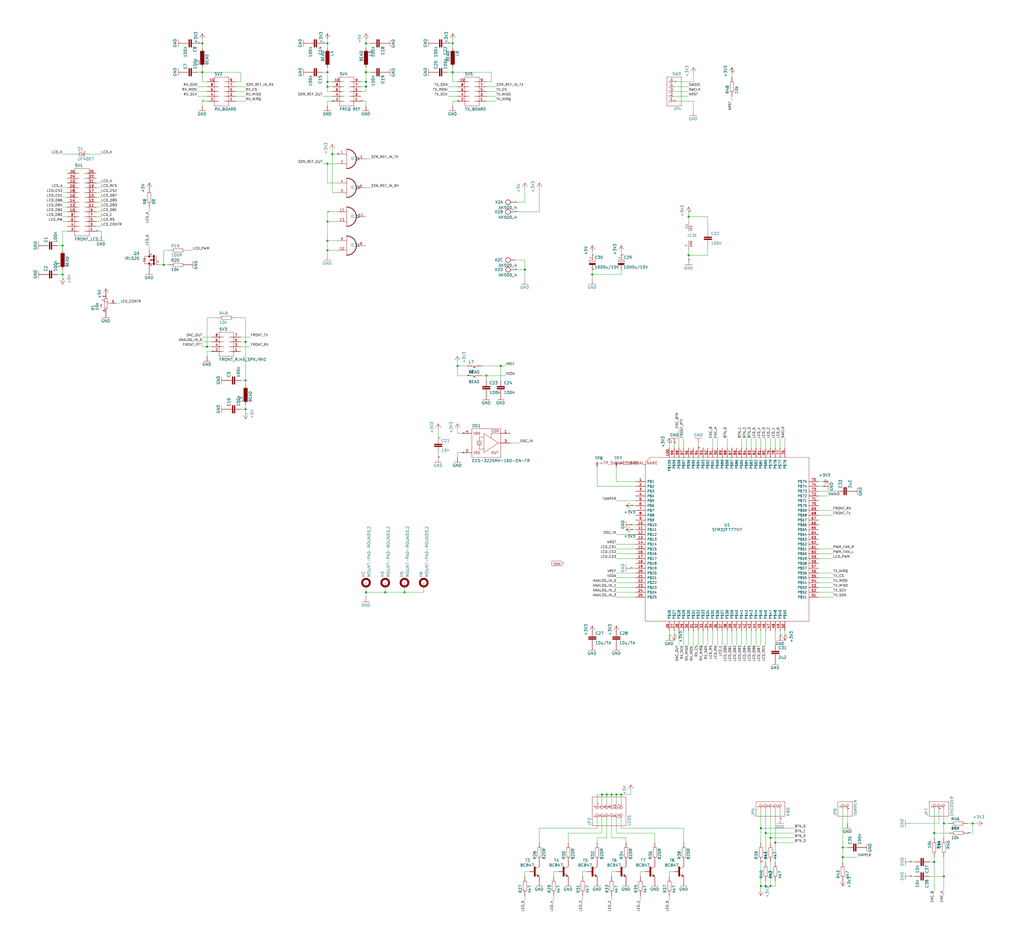
<source format=kicad_sch>
(kicad_sch (version 20230121) (generator eeschema)
  (paper "User" 540.131 502.183)
  (junction (at 193.04 312.42))
  (junction (at 264.16 193.04))
  (junction (at 513.08 434.34))
  (junction (at 129.54 200.66))
  (junction (at 33.02 144.78))
  (junction (at 444.5 447.04))
  (junction (at 241.3 193.04))
  (junction (at 213.36 312.42))
  (junction (at 193.04 43.18))
  (junction (at 363.22 114.3))
  (junction (at 327.66 419.1))
  (junction (at 172.72 132.08))
  (junction (at 403.86 467.36))
  (junction (at 172.72 38.1))
  (junction (at 363.22 134.62))
  (junction (at 193.04 38.1))
  (junction (at 172.72 116.84))
  (junction (at 401.32 467.36))
  (junction (at 256.54 198.12))
  (junction (at 497.84 434.34))
  (junction (at 317.5 419.1))
  (junction (at 172.72 86.36))
  (junction (at 322.58 419.1))
  (junction (at 325.12 419.1))
  (junction (at 172.72 22.86))
  (junction (at 172.72 43.18))
  (junction (at 33.02 129.54))
  (junction (at 444.5 452.12))
  (junction (at 106.68 38.1))
  (junction (at 497.84 462.28))
  (junction (at 238.76 38.1))
  (junction (at 403.86 439.42))
  (junction (at 276.86 142.24))
  (junction (at 175.26 81.28))
  (junction (at 312.42 144.78))
  (junction (at 129.54 180.34))
  (junction (at 203.2 312.42))
  (junction (at 401.32 436.88))
  (junction (at 193.04 45.72))
  (junction (at 172.72 127))
  (junction (at 492.76 454.66))
  (junction (at 109.22 182.88))
  (junction (at 172.72 45.72))
  (junction (at 492.76 439.42))
  (junction (at 406.4 441.96))
  (junction (at 238.76 22.86))
  (junction (at 193.04 22.86))
  (junction (at 86.36 139.7))
  (junction (at 408.94 444.5))
  (junction (at 129.54 215.9))
  (junction (at 320.04 419.1))
  (junction (at 106.68 22.86))
  (junction (at 406.4 467.36))
  (wire (pts (xy 444.5 447.04) (xy 444.5 452.12)))
  (wire (pts (xy 106.68 22.86) (xy 106.68 20.32)))
  (wire (pts (xy 114.3 167.64) (xy 109.22 167.64)))
  (wire (pts (xy 172.72 86.36) (xy 170.18 86.36)))
  (wire (pts (xy 406.4 441.96) (xy 419.1 441.96)))
  (wire (pts (xy 414.02 335.28) (xy 414.02 332.74)))
  (wire (pts (xy 368.3 236.22) (xy 368.3 233.68)))
  (wire (pts (xy 403.86 236.22) (xy 403.86 231.14)))
  (wire (pts (xy 317.5 439.42) (xy 299.72 439.42)))
  (wire (pts (xy 408.94 444.5) (xy 408.94 454.66)))
  (wire (pts (xy 314.96 424.18) (xy 314.96 419.1)))
  (wire (pts (xy 408.94 332.74) (xy 408.94 340.36)))
  (wire (pts (xy 193.04 48.26) (xy 193.04 45.72)))
  (wire (pts (xy 314.96 431.8) (xy 314.96 436.88)))
  (wire (pts (xy 241.3 45.72) (xy 236.22 45.72)))
  (wire (pts (xy 190.5 53.34) (xy 193.04 53.34)))
  (wire (pts (xy 431.8 294.64) (xy 439.42 294.64)))
  (wire (pts (xy 408.94 467.36) (xy 408.94 464.82)))
  (wire (pts (xy 322.58 424.18) (xy 322.58 419.1)))
  (wire (pts (xy 129.54 167.64) (xy 124.46 167.64)))
  (wire (pts (xy 175.26 45.72) (xy 172.72 45.72)))
  (wire (pts (xy 358.14 332.74) (xy 358.14 340.36)))
  (wire (pts (xy 322.58 472.44) (xy 322.58 474.98)))
  (wire (pts (xy 109.22 182.88) (xy 106.68 182.88)))
  (wire (pts (xy 177.8 116.84) (xy 172.72 116.84)))
  (wire (pts (xy 111.76 180.34) (xy 106.68 180.34)))
  (wire (pts (xy 335.28 314.96) (xy 325.12 314.96)))
  (wire (pts (xy 335.28 256.54) (xy 314.96 256.54)))
  (wire (pts (xy 408.94 444.5) (xy 419.1 444.5)))
  (wire (pts (xy 172.72 43.18) (xy 172.72 38.1)))
  (wire (pts (xy 497.84 462.28) (xy 497.84 469.9)))
  (wire (pts (xy 243.84 238.76) (xy 241.3 238.76)))
  (wire (pts (xy 190.5 48.26) (xy 193.04 48.26)))
  (wire (pts (xy 314.96 436.88) (xy 284.48 436.88)))
  (wire (pts (xy 223.52 312.42) (xy 223.52 309.88)))
  (wire (pts (xy 434.34 256.54) (xy 431.8 256.54)))
  (wire (pts (xy 327.66 436.88) (xy 360.68 436.88)))
  (wire (pts (xy 355.6 43.18) (xy 365.76 43.18)))
  (wire (pts (xy 129.54 48.26) (xy 124.46 48.26)))
  (wire (pts (xy 355.6 50.8) (xy 363.22 50.8)))
  (wire (pts (xy 241.3 48.26) (xy 236.22 48.26)))
  (wire (pts (xy 213.36 312.42) (xy 213.36 309.88)))
  (wire (pts (xy 276.86 106.68) (xy 276.86 99.06)))
  (wire (pts (xy 411.48 236.22) (xy 411.48 231.14)))
  (wire (pts (xy 106.68 22.86) (xy 106.68 25.4)))
  (wire (pts (xy 170.18 22.86) (xy 172.72 22.86)))
  (wire (pts (xy 327.66 134.62) (xy 327.66 132.08)))
  (wire (pts (xy 335.28 307.34) (xy 325.12 307.34)))
  (wire (pts (xy 172.72 45.72) (xy 172.72 43.18)))
  (wire (pts (xy 177.8 127) (xy 172.72 127)))
  (wire (pts (xy 335.28 264.16) (xy 325.12 264.16)))
  (wire (pts (xy 398.78 332.74) (xy 398.78 340.36)))
  (wire (pts (xy 30.48 129.54) (xy 33.02 129.54)))
  (wire (pts (xy 35.56 114.3) (xy 33.02 114.3)))
  (wire (pts (xy 393.7 236.22) (xy 393.7 231.14)))
  (wire (pts (xy 33.02 129.54) (xy 33.02 132.08)))
  (wire (pts (xy 177.8 111.76) (xy 172.72 111.76)))
  (wire (pts (xy 35.56 121.92) (xy 33.02 121.92)))
  (wire (pts (xy 40.64 81.28) (xy 33.02 81.28)))
  (wire (pts (xy 378.46 236.22) (xy 378.46 231.14)))
  (wire (pts (xy 256.54 198.12) (xy 266.7 198.12)))
  (wire (pts (xy 236.22 22.86) (xy 238.76 22.86)))
  (wire (pts (xy 172.72 132.08) (xy 172.72 134.62)))
  (wire (pts (xy 276.86 142.24) (xy 276.86 147.32)))
  (wire (pts (xy 294.64 459.74) (xy 292.1 459.74)))
  (wire (pts (xy 307.34 472.44) (xy 307.34 474.98)))
  (wire (pts (xy 175.26 53.34) (xy 172.72 53.34)))
  (wire (pts (xy 33.02 121.92) (xy 33.02 129.54)))
  (wire (pts (xy 441.96 259.08) (xy 431.8 259.08)))
  (wire (pts (xy 332.74 279.4) (xy 335.28 279.4)))
  (wire (pts (xy 50.8 96.52) (xy 53.34 96.52)))
  (wire (pts (xy 127 182.88) (xy 132.08 182.88)))
  (wire (pts (xy 241.3 228.6) (xy 241.3 226.06)))
  (wire (pts (xy 177.8 86.36) (xy 172.72 86.36)))
  (wire (pts (xy 129.54 215.9) (xy 127 215.9)))
  (wire (pts (xy 127 38.1) (xy 127 43.18)))
  (wire (pts (xy 431.8 289.56) (xy 439.42 289.56)))
  (wire (pts (xy 53.34 121.92) (xy 53.34 124.46)))
  (wire (pts (xy 444.5 452.12) (xy 452.12 452.12)))
  (wire (pts (xy 203.2 309.88) (xy 203.2 312.42)))
  (wire (pts (xy 353.06 472.44) (xy 353.06 474.98)))
  (wire (pts (xy 330.2 441.96) (xy 322.58 441.96)))
  (wire (pts (xy 335.28 312.42) (xy 325.12 312.42)))
  (wire (pts (xy 33.02 147.32) (xy 33.02 144.78)))
  (wire (pts (xy 332.74 266.7) (xy 335.28 266.7)))
  (wire (pts (xy 238.76 22.86) (xy 238.76 20.32)))
  (wire (pts (xy 325.12 431.8) (xy 325.12 439.42)))
  (wire (pts (xy 401.32 436.88) (xy 401.32 444.5)))
  (wire (pts (xy 335.28 254) (xy 325.12 254)))
  (wire (pts (xy 241.3 198.12) (xy 241.3 193.04)))
  (wire (pts (xy 264.16 193.04) (xy 266.7 193.04)))
  (wire (pts (xy 320.04 431.8) (xy 320.04 441.96)))
  (wire (pts (xy 401.32 426.72) (xy 401.32 436.88)))
  (wire (pts (xy 335.28 302.26) (xy 325.12 302.26)))
  (wire (pts (xy 50.8 111.76) (xy 53.34 111.76)))
  (wire (pts (xy 444.5 452.12) (xy 444.5 454.66)))
  (wire (pts (xy 292.1 459.74) (xy 292.1 462.28)))
  (wire (pts (xy 317.5 419.1) (xy 320.04 419.1)))
  (wire (pts (xy 271.78 142.24) (xy 276.86 142.24)))
  (wire (pts (xy 386.08 50.8) (xy 386.08 53.34)))
  (wire (pts (xy 50.8 106.68) (xy 53.34 106.68)))
  (wire (pts (xy 175.26 48.26) (xy 172.72 48.26)))
  (wire (pts (xy 190.5 45.72) (xy 193.04 45.72)))
  (wire (pts (xy 45.72 81.28) (xy 53.34 81.28)))
  (wire (pts (xy 236.22 38.1) (xy 238.76 38.1)))
  (wire (pts (xy 175.26 101.6) (xy 175.26 81.28)))
  (wire (pts (xy 355.6 48.26) (xy 363.22 48.26)))
  (wire (pts (xy 497.84 426.72) (xy 497.84 434.34)))
  (wire (pts (xy 327.66 424.18) (xy 327.66 419.1)))
  (wire (pts (xy 193.04 99.06) (xy 195.58 99.06)))
  (wire (pts (xy 111.76 182.88) (xy 109.22 182.88)))
  (wire (pts (xy 431.8 304.8) (xy 439.42 304.8)))
  (wire (pts (xy 513.08 434.34) (xy 515.62 434.34)))
  (wire (pts (xy 104.14 38.1) (xy 106.68 38.1)))
  (wire (pts (xy 386.08 332.74) (xy 386.08 340.36)))
  (wire (pts (xy 241.3 193.04) (xy 241.3 190.5)))
  (wire (pts (xy 284.48 111.76) (xy 284.48 99.06)))
  (wire (pts (xy 383.54 332.74) (xy 383.54 340.36)))
  (wire (pts (xy 129.54 50.8) (xy 124.46 50.8)))
  (wire (pts (xy 238.76 38.1) (xy 259.08 38.1)))
  (wire (pts (xy 177.8 96.52) (xy 172.72 96.52)))
  (wire (pts (xy 431.8 261.62) (xy 436.88 261.62)))
  (wire (pts (xy 401.32 236.22) (xy 401.32 231.14)))
  (wire (pts (xy 365.76 332.74) (xy 365.76 340.36)))
  (wire (pts (xy 50.8 109.22) (xy 53.34 109.22)))
  (wire (pts (xy 203.2 312.42) (xy 213.36 312.42)))
  (wire (pts (xy 403.86 439.42) (xy 419.1 439.42)))
  (wire (pts (xy 175.26 50.8) (xy 170.18 50.8)))
  (wire (pts (xy 190.5 43.18) (xy 193.04 43.18)))
  (wire (pts (xy 391.16 332.74) (xy 391.16 340.36)))
  (wire (pts (xy 193.04 22.86) (xy 193.04 25.4)))
  (wire (pts (xy 317.5 431.8) (xy 317.5 439.42)))
  (wire (pts (xy 276.86 459.74) (xy 276.86 462.28)))
  (wire (pts (xy 292.1 472.44) (xy 292.1 474.98)))
  (wire (pts (xy 396.24 236.22) (xy 396.24 231.14)))
  (wire (pts (xy 360.68 236.22) (xy 360.68 231.14)))
  (wire (pts (xy 129.54 200.66) (xy 129.54 180.34)))
  (wire (pts (xy 238.76 53.34) (xy 238.76 55.88)))
  (wire (pts (xy 129.54 45.72) (xy 124.46 45.72)))
  (wire (pts (xy 330.2 441.96) (xy 330.2 444.5)))
  (wire (pts (xy 373.38 332.74) (xy 373.38 340.36)))
  (wire (pts (xy 33.02 144.78) (xy 30.48 144.78)))
  (wire (pts (xy 431.8 312.42) (xy 439.42 312.42)))
  (wire (pts (xy 373.38 134.62) (xy 373.38 129.54)))
  (wire (pts (xy 271.78 111.76) (xy 284.48 111.76)))
  (wire (pts (xy 363.22 332.74) (xy 363.22 340.36)))
  (wire (pts (xy 193.04 83.82) (xy 195.58 83.82)))
  (wire (pts (xy 406.4 467.36) (xy 408.94 467.36)))
  (wire (pts (xy 406.4 441.96) (xy 406.4 444.5)))
  (wire (pts (xy 127 177.8) (xy 132.08 177.8)))
  (wire (pts (xy 325.12 459.74) (xy 322.58 459.74)))
  (wire (pts (xy 177.8 101.6) (xy 175.26 101.6)))
  (wire (pts (xy 175.26 81.28) (xy 175.26 78.74)))
  (wire (pts (xy 335.28 294.64) (xy 325.12 294.64)))
  (wire (pts (xy 238.76 43.18) (xy 238.76 38.1)))
  (wire (pts (xy 276.86 137.16) (xy 276.86 142.24)))
  (wire (pts (xy 401.32 454.66) (xy 401.32 467.36)))
  (wire (pts (xy 264.16 193.04) (xy 264.16 200.66)))
  (wire (pts (xy 35.56 106.68) (xy 33.02 106.68)))
  (wire (pts (xy 335.28 304.8) (xy 325.12 304.8)))
  (wire (pts (xy 256.54 198.12) (xy 256.54 200.66)))
  (wire (pts (xy 353.06 335.28) (xy 353.06 332.74)))
  (wire (pts (xy 325.12 254) (xy 325.12 246.38)))
  (wire (pts (xy 355.6 335.28) (xy 355.6 332.74)))
  (wire (pts (xy 256.54 50.8) (xy 261.62 50.8)))
  (wire (pts (xy 106.68 38.1) (xy 106.68 43.18)))
  (wire (pts (xy 109.22 185.42) (xy 109.22 187.96)))
  (wire (pts (xy 284.48 436.88) (xy 284.48 444.5)))
  (wire (pts (xy 335.28 292.1) (xy 325.12 292.1)))
  (wire (pts (xy 447.04 447.04) (xy 444.5 447.04)))
  (wire (pts (xy 431.8 269.24) (xy 439.42 269.24)))
  (wire (pts (xy 256.54 48.26) (xy 261.62 48.26)))
  (wire (pts (xy 353.06 233.68) (xy 353.06 236.22)))
  (wire (pts (xy 403.86 332.74) (xy 403.86 340.36)))
  (wire (pts (xy 246.38 193.04) (xy 241.3 193.04)))
  (wire (pts (xy 106.68 53.34) (xy 106.68 55.88)))
  (wire (pts (xy 314.96 256.54) (xy 314.96 246.38)))
  (wire (pts (xy 403.86 467.36) (xy 403.86 464.82)))
  (wire (pts (xy 127 200.66) (xy 129.54 200.66)))
  (wire (pts (xy 375.92 236.22) (xy 375.92 231.14)))
  (wire (pts (xy 78.74 109.22) (xy 78.74 111.76)))
  (wire (pts (xy 99.06 132.08) (xy 101.6 132.08)))
  (wire (pts (xy 50.8 116.84) (xy 53.34 116.84)))
  (wire (pts (xy 411.48 431.8) (xy 411.48 426.72)))
  (wire (pts (xy 35.56 104.14) (xy 33.02 104.14)))
  (wire (pts (xy 340.36 459.74) (xy 337.82 459.74)))
  (wire (pts (xy 109.22 48.26) (xy 104.14 48.26)))
  (wire (pts (xy 365.76 53.34) (xy 365.76 58.42)))
  (wire (pts (xy 401.32 467.36) (xy 401.32 469.9)))
  (wire (pts (xy 83.82 139.7) (xy 86.36 139.7)))
  (wire (pts (xy 322.58 441.96) (xy 322.58 431.8)))
  (wire (pts (xy 312.42 144.78) (xy 312.42 147.32)))
  (wire (pts (xy 104.14 22.86) (xy 106.68 22.86)))
  (wire (pts (xy 193.04 43.18) (xy 193.04 38.1)))
  (wire (pts (xy 106.68 35.56) (xy 106.68 38.1)))
  (wire (pts (xy 401.32 436.88) (xy 419.1 436.88)))
  (wire (pts (xy 363.22 111.76) (xy 363.22 114.3)))
  (wire (pts (xy 408.94 426.72) (xy 408.94 444.5)))
  (wire (pts (xy 335.28 289.56) (xy 325.12 289.56)))
  (wire (pts (xy 363.22 134.62) (xy 373.38 134.62)))
  (wire (pts (xy 355.6 53.34) (xy 365.76 53.34)))
  (wire (pts (xy 170.18 38.1) (xy 172.72 38.1)))
  (wire (pts (xy 86.36 139.7) (xy 88.9 139.7)))
  (wire (pts (xy 172.72 127) (xy 172.72 132.08)))
  (wire (pts (xy 431.8 302.26) (xy 439.42 302.26)))
  (wire (pts (xy 172.72 43.18) (xy 175.26 43.18)))
  (wire (pts (xy 238.76 38.1) (xy 238.76 35.56)))
  (wire (pts (xy 406.4 236.22) (xy 406.4 231.14)))
  (wire (pts (xy 431.8 314.96) (xy 439.42 314.96)))
  (wire (pts (xy 256.54 43.18) (xy 259.08 43.18)))
  (wire (pts (xy 238.76 22.86) (xy 238.76 25.4)))
  (wire (pts (xy 106.68 43.18) (xy 109.22 43.18)))
  (wire (pts (xy 109.22 167.64) (xy 109.22 182.88)))
  (wire (pts (xy 271.78 106.68) (xy 276.86 106.68)))
  (wire (pts (xy 86.36 132.08) (xy 86.36 139.7)))
  (wire (pts (xy 386.08 38.1) (xy 386.08 40.64)))
  (wire (pts (xy 332.74 299.72) (xy 335.28 299.72)))
  (wire (pts (xy 431.8 307.34) (xy 439.42 307.34)))
  (wire (pts (xy 401.32 332.74) (xy 401.32 340.36)))
  (wire (pts (xy 360.68 436.88) (xy 360.68 444.5)))
  (wire (pts (xy 129.54 218.44) (xy 129.54 215.9)))
  (wire (pts (xy 195.58 38.1) (xy 193.04 38.1)))
  (wire (pts (xy 193.04 20.32) (xy 193.04 22.86)))
  (wire (pts (xy 312.42 144.78) (xy 327.66 144.78)))
  (wire (pts (xy 444.5 426.72) (xy 444.5 447.04)))
  (wire (pts (xy 312.42 134.62) (xy 312.42 132.08)))
  (wire (pts (xy 317.5 424.18) (xy 317.5 419.1)))
  (wire (pts (xy 396.24 332.74) (xy 396.24 340.36)))
  (wire (pts (xy 434.34 254) (xy 431.8 254)))
  (wire (pts (xy 373.38 114.3) (xy 363.22 114.3)))
  (wire (pts (xy 368.3 332.74) (xy 368.3 340.36)))
  (wire (pts (xy 50.8 114.3) (xy 53.34 114.3)))
  (wire (pts (xy 332.74 419.1) (xy 332.74 416.56)))
  (wire (pts (xy 355.6 45.72) (xy 363.22 45.72)))
  (wire (pts (xy 388.62 332.74) (xy 388.62 340.36)))
  (wire (pts (xy 327.66 144.78) (xy 327.66 142.24)))
  (wire (pts (xy 320.04 441.96) (xy 314.96 441.96)))
  (wire (pts (xy 431.8 309.88) (xy 439.42 309.88)))
  (wire (pts (xy 129.54 215.9) (xy 129.54 213.36)))
  (wire (pts (xy 50.8 121.92) (xy 53.34 121.92)))
  (wire (pts (xy 353.06 459.74) (xy 353.06 462.28)))
  (wire (pts (xy 60.96 160.02) (xy 63.5 160.02)))
  (wire (pts (xy 447.04 426.72) (xy 447.04 434.34)))
  (wire (pts (xy 355.6 233.68) (xy 355.6 236.22)))
  (wire (pts (xy 193.04 312.42) (xy 203.2 312.42)))
  (wire (pts (xy 213.36 312.42) (xy 223.52 312.42)))
  (wire (pts (xy 363.22 137.16) (xy 363.22 134.62)))
  (wire (pts (xy 314.96 419.1) (xy 317.5 419.1)))
  (wire (pts (xy 337.82 459.74) (xy 337.82 462.28)))
  (wire (pts (xy 193.04 45.72) (xy 193.04 43.18)))
  (wire (pts (xy 335.28 287.02) (xy 325.12 287.02)))
  (wire (pts (xy 327.66 431.8) (xy 327.66 436.88)))
  (wire (pts (xy 241.3 53.34) (xy 238.76 53.34)))
  (wire (pts (xy 492.76 452.12) (xy 492.76 454.66)))
  (wire (pts (xy 271.78 137.16) (xy 276.86 137.16)))
  (wire (pts (xy 172.72 48.26) (xy 172.72 45.72)))
  (wire (pts (xy 172.72 22.86) (xy 172.72 25.4)))
  (wire (pts (xy 480.06 462.28) (xy 482.6 462.28)))
  (wire (pts (xy 495.3 434.34) (xy 480.06 434.34)))
  (wire (pts (xy 254 198.12) (xy 256.54 198.12)))
  (wire (pts (xy 172.72 38.1) (xy 172.72 35.56)))
  (wire (pts (xy 269.24 233.68) (xy 274.32 233.68)))
  (wire (pts (xy 408.94 236.22) (xy 408.94 231.14)))
  (wire (pts (xy 383.54 236.22) (xy 383.54 231.14)))
  (wire (pts (xy 78.74 132.08) (xy 78.74 129.54)))
  (wire (pts (xy 320.04 424.18) (xy 320.04 419.1)))
  (wire (pts (xy 370.84 332.74) (xy 370.84 340.36)))
  (wire (pts (xy 345.44 439.42) (xy 345.44 444.5)))
  (wire (pts (xy 411.48 335.28) (xy 411.48 332.74)))
  (wire (pts (xy 276.86 472.44) (xy 276.86 474.98)))
  (wire (pts (xy 510.54 439.42) (xy 513.08 439.42)))
  (wire (pts (xy 307.34 459.74) (xy 307.34 462.28)))
  (wire (pts (xy 309.88 459.74) (xy 307.34 459.74)))
  (wire (pts (xy 50.8 101.6) (xy 53.34 101.6)))
  (wire (pts (xy 111.76 185.42) (xy 109.22 185.42)))
  (wire (pts (xy 492.76 454.66) (xy 492.76 469.9)))
  (wire (pts (xy 363.22 134.62) (xy 363.22 132.08)))
  (wire (pts (xy 124.46 43.18) (xy 127 43.18)))
  (wire (pts (xy 322.58 419.1) (xy 325.12 419.1)))
  (wire (pts (xy 256.54 45.72) (xy 261.62 45.72)))
  (wire (pts (xy 406.4 467.36) (xy 406.4 454.66)))
  (wire (pts (xy 325.12 419.1) (xy 327.66 419.1)))
  (wire (pts (xy 106.68 38.1) (xy 127 38.1)))
  (wire (pts (xy 403.86 426.72) (xy 403.86 439.42)))
  (wire (pts (xy 431.8 271.78) (xy 439.42 271.78)))
  (wire (pts (xy 35.56 101.6) (xy 33.02 101.6)))
  (wire (pts (xy 337.82 472.44) (xy 337.82 474.98)))
  (wire (pts (xy 35.56 116.84) (xy 33.02 116.84)))
  (wire (pts (xy 299.72 444.5) (xy 299.72 439.42)))
  (wire (pts (xy 124.46 53.34) (xy 129.54 53.34)))
  (wire (pts (xy 35.56 109.22) (xy 33.02 109.22)))
  (wire (pts (xy 256.54 53.34) (xy 261.62 53.34)))
  (wire (pts (xy 231.14 241.3) (xy 231.14 238.76)))
  (wire (pts (xy 492.76 439.42) (xy 500.38 439.42)))
  (wire (pts (xy 246.38 198.12) (xy 241.3 198.12)))
  (wire (pts (xy 50.8 104.14) (xy 53.34 104.14)))
  (wire (pts (xy 259.08 38.1) (xy 259.08 43.18)))
  (wire (pts (xy 513.08 439.42) (xy 513.08 434.34)))
  (wire (pts (xy 393.7 332.74) (xy 393.7 340.36)))
  (wire (pts (xy 513.08 434.34) (xy 510.54 434.34)))
  (wire (pts (xy 50.8 99.06) (xy 53.34 99.06)))
  (wire (pts (xy 35.56 111.76) (xy 33.02 111.76)))
  (wire (pts (xy 495.3 426.72) (xy 495.3 434.34)))
  (wire (pts (xy 358.14 236.22) (xy 358.14 226.06)))
  (wire (pts (xy 50.8 119.38) (xy 53.34 119.38)))
  (wire (pts (xy 403.86 439.42) (xy 403.86 454.66)))
  (wire (pts (xy 254 193.04) (xy 264.16 193.04)))
  (wire (pts (xy 492.76 426.72) (xy 492.76 439.42)))
  (wire (pts (xy 33.02 144.78) (xy 33.02 142.24)))
  (wire (pts (xy 497.84 462.28) (xy 490.22 462.28)))
  (wire (pts (xy 360.68 332.74) (xy 360.68 340.36)))
  (wire (pts (xy 241.3 50.8) (xy 236.22 50.8)))
  (wire (pts (xy 401.32 467.36) (xy 403.86 467.36)))
  (wire (pts (xy 320.04 419.1) (xy 322.58 419.1)))
  (wire (pts (xy 35.56 99.06) (xy 33.02 99.06)))
  (wire (pts (xy 355.6 459.74) (xy 353.06 459.74)))
  (wire (pts (xy 335.28 309.88) (xy 325.12 309.88)))
  (wire (pts (xy 193.04 309.88) (xy 193.04 312.42)))
  (wire (pts (xy 172.72 22.86) (xy 172.72 20.32)))
  (wire (pts (xy 129.54 180.34) (xy 129.54 167.64)))
  (wire (pts (xy 172.72 53.34) (xy 172.72 55.88)))
  (wire (pts (xy 241.3 238.76) (xy 241.3 241.3)))
  (wire (pts (xy 335.28 281.94) (xy 325.12 281.94)))
  (wire (pts (xy 403.86 467.36) (xy 406.4 467.36)))
  (wire (pts (xy 109.22 45.72) (xy 104.14 45.72)))
  (wire (pts (xy 378.46 332.74) (xy 378.46 340.36)))
  (wire (pts (xy 406.4 426.72) (xy 406.4 441.96)))
  (wire (pts (xy 332.74 276.86) (xy 335.28 276.86)))
  (wire (pts (xy 172.72 116.84) (xy 172.72 127)))
  (wire (pts (xy 231.14 231.14) (xy 231.14 226.06)))
  (wire (pts (xy 177.8 81.28) (xy 175.26 81.28)))
  (wire (pts (xy 497.84 434.34) (xy 500.38 434.34)))
  (wire (pts (xy 431.8 292.1) (xy 439.42 292.1)))
  (wire (pts (xy 172.72 86.36) (xy 172.72 96.52)))
  (wire (pts (xy 109.22 50.8) (xy 104.14 50.8)))
  (wire (pts (xy 193.04 38.1) (xy 193.04 35.56)))
  (wire (pts (xy 325.12 424.18) (xy 325.12 419.1)))
  (wire (pts (xy 327.66 419.1) (xy 332.74 419.1)))
  (wire (pts (xy 363.22 114.3) (xy 363.22 116.84)))
  (wire (pts (xy 391.16 236.22) (xy 391.16 231.14)))
  (wire (pts (xy 314.96 441.96) (xy 314.96 444.5)))
  (wire (pts (xy 88.9 132.08) (xy 86.36 132.08)))
  (wire (pts (xy 193.04 22.86) (xy 195.58 22.86)))
  (wire (pts (xy 177.8 132.08) (xy 172.72 132.08)))
  (wire (pts (xy 492.76 441.96) (xy 492.76 439.42)))
  (wire (pts (xy 109.22 53.34) (xy 106.68 53.34)))
  (wire (pts (xy 381 332.74) (xy 381 340.36)))
  (wire (pts (xy 375.92 332.74) (xy 375.92 340.36)))
  (wire (pts (xy 241.3 43.18) (xy 238.76 43.18)))
  (wire (pts (xy 322.58 459.74) (xy 322.58 462.28)))
  (wire (pts (xy 398.78 236.22) (xy 398.78 231.14)))
  (wire (pts (xy 497.84 434.34) (xy 497.84 441.96)))
  (wire (pts (xy 497.84 452.12) (xy 497.84 462.28)))
  (wire (pts (xy 129.54 200.66) (xy 129.54 203.2)))
  (wire (pts (xy 480.06 454.66) (xy 482.6 454.66)))
  (wire (pts (xy 492.76 454.66) (xy 490.22 454.66)))
  (wire (pts (xy 172.72 111.76) (xy 172.72 116.84)))
  (wire (pts (xy 365.76 43.18) (xy 365.76 38.1)))
  (wire (pts (xy 312.42 142.24) (xy 312.42 144.78)))
  (wire (pts (xy 243.84 228.6) (xy 241.3 228.6)))
  (wire (pts (xy 129.54 180.34) (xy 127 180.34)))
  (wire (pts (xy 325.12 439.42) (xy 345.44 439.42)))
  (wire (pts (xy 279.4 459.74) (xy 276.86 459.74)))
  (wire (pts (xy 193.04 314.96) (xy 193.04 312.42)))
  (wire (pts (xy 111.76 177.8) (xy 106.68 177.8)))
  (wire (pts (xy 193.04 53.34) (xy 193.04 55.88)))
  (wire (pts (xy 414.02 236.22) (xy 414.02 231.14)))
  (wire (pts (xy 373.38 121.92) (xy 373.38 114.3)))
  (label "RX_MOSI" (at 104.14 48.26 180))
  (label "+3V3" (at 355.6 335.28 0) (effects (font (size 0.254 0.254))))
  (label "32M_REF_IN_RX" (at 195.58 99.06 0))
  (label "ANALOG_IN_1" (at 325.12 309.88 180))
  (label "TX_SCK" (at 439.42 312.42 0))
  (label "DAC_OUT" (at 106.68 177.8 180))
  (label "LED_3" (at 307.34 474.98 270))
  (label "GND" (at 241.3 53.34 0) (effects (font (size 0.254 0.254))))
  (label "VREF" (at 325.12 302.26 180))
  (label "BTN_2" (at 393.7 231.14 90))
  (label "GND" (at 355.6 233.68 0) (effects (font (size 0.254 0.254))))
  (label "+3V3" (at 104.14 22.86 0) (effects (font (size 0.254 0.254))))
  (label "GND" (at 480.06 454.66 0) (effects (font (size 0.254 0.254))))
  (label "+3V3" (at 246.38 198.12 0) (effects (font (size 0.254 0.254))))
  (label "+3V3" (at 327.66 134.62 0) (effects (font (size 0.254 0.254))))
  (label "+3V3" (at 363.22 111.76 0) (effects (font (size 0.254 0.254))))
  (label "LED_0" (at 353.06 474.98 270))
  (label "LED_1" (at 337.82 474.98 270))
  (label "ENC_B" (at 375.92 231.14 90))
  (label "RX_SCK" (at 104.14 50.8 180))
  (label "RX_SCK" (at 360.68 340.36 270))
  (label "ENC_BTN" (at 358.14 226.06 90))
  (label "RX_SDN" (at 373.38 340.36 270))
  (label "SWDIO" (at 363.22 45.72 0))
  (label "LED_0" (at 411.48 231.14 90))
  (label "+3V3" (at 414.02 335.28 0) (effects (font (size 0.254 0.254))))
  (label "+5V" (at 271.78 106.68 0) (effects (font (size 0.254 0.254))))
  (label "GND" (at 411.48 431.8 0) (effects (font (size 0.254 0.254))))
  (label "TX_MISO" (at 261.62 50.8 0))
  (label "GND" (at 332.74 276.86 0) (effects (font (size 0.254 0.254))))
  (label "GND" (at 332.74 299.72 0) (effects (font (size 0.254 0.254))))
  (label "GND" (at 447.04 426.72 0) (effects (font (size 0.254 0.254))))
  (label "LCD_DB4" (at 393.7 340.36 270))
  (label "VDDA" (at 266.7 198.12 0))
  (label "BTN_3" (at 419.1 444.5 0))
  (label "RX_NIRQ" (at 129.54 53.34 0))
  (label "ENC_A" (at 497.84 469.9 270))
  (label "RX_NIRQ" (at 370.84 340.36 270))
  (label "+3V3" (at 236.22 22.86 0) (effects (font (size 0.254 0.254))))
  (label "GND" (at 106.68 53.34 0) (effects (font (size 0.254 0.254))))
  (label "GND" (at 231.14 241.3 0) (effects (font (size 0.254 0.254))))
  (label "+3V3" (at 332.74 266.7 0) (effects (font (size 0.254 0.254))))
  (label "32M_REF_OUT" (at 170.18 86.36 180))
  (label "LCD_CONTR" (at 53.34 119.38 0))
  (label "LCD_CS3" (at 33.02 101.6 180))
  (label "FRONT_TX" (at 439.42 271.78 0))
  (label "RX_MISO" (at 129.54 50.8 0))
  (label "+3V3" (at 355.6 43.18 0) (effects (font (size 0.254 0.254))))
  (label "LCD_RES" (at 403.86 340.36 270))
  (label "NRST" (at 386.08 53.34 270))
  (label "LED_2" (at 406.4 231.14 90))
  (label "BTN_1" (at 391.16 231.14 90))
  (label "+5V" (at 312.42 134.62 0) (effects (font (size 0.254 0.254))))
  (label "FRONT_PTT" (at 106.68 182.88 180))
  (label "GND" (at 434.34 256.54 0) (effects (font (size 0.254 0.254))))
  (label "BTN_0" (at 383.54 231.14 90))
  (label "LCD_CONTR" (at 63.5 160.02 0))
  (label "TX_SCK" (at 236.22 50.8 180))
  (label "TAMPER" (at 452.12 452.12 0))
  (label "GND" (at 495.3 426.72 0) (effects (font (size 0.254 0.254))))
  (label "LCD_A" (at 78.74 111.76 270))
  (label "LCD_DB1" (at 53.34 111.76 0))
  (label "TX_MOSI" (at 236.22 48.26 180))
  (label "+5V" (at 33.02 147.32 0) (effects (font (size 0.254 0.254))))
  (label "+5V" (at 129.54 218.44 0) (effects (font (size 0.254 0.254))))
  (label "ANALOG_IN_0" (at 106.68 180.34 180))
  (label "+5V" (at 314.96 424.18 0) (effects (font (size 0.254 0.254))))
  (label "LCD_DB0" (at 383.54 340.36 270))
  (label "GND" (at 363.22 137.16 0) (effects (font (size 0.254 0.254))))
  (label "LED_2" (at 322.58 474.98 270))
  (label "RX_CS" (at 129.54 48.26 0))
  (label "RX_MISO" (at 363.22 340.36 270))
  (label "LCD_RES" (at 53.34 99.06 0))
  (label "LCD_RS" (at 375.92 340.36 270))
  (label "PWM_FAN_L" (at 439.42 292.1 0))
  (label "TAMPER" (at 325.12 264.16 180))
  (label "LED_3" (at 403.86 231.14 90))
  (label "OSC_IN" (at 274.32 233.68 0))
  (label "LCD_PWM" (at 439.42 294.64 0))
  (label "+5V" (at 193.04 20.32 0) (effects (font (size 0.254 0.254))))
  (label "TX_MISO" (at 439.42 309.88 0))
  (label "32M_REF_IN_TX" (at 195.58 83.82 0))
  (label "LCD_DB7" (at 401.32 340.36 270))
  (label "TX_NIRQ" (at 261.62 53.34 0))
  (label "FRONT_PTT" (at 360.68 231.14 90))
  (label "LCD_E" (at 53.34 114.3 0))
  (label "LCD_K" (at 53.34 96.52 0))
  (label "TX_SDN" (at 439.42 314.96 0))
  (label "BTN_1" (at 419.1 439.42 0))
  (label "LCD_DB6" (at 398.78 340.36 270))
  (label "TX_MOSI" (at 439.42 307.34 0))
  (label "VREF" (at 266.7 193.04 0))
  (label "RX_SDN" (at 104.14 45.72 180))
  (label "LCD_CS1" (at 33.02 104.14 180))
  (label "LED_5" (at 398.78 231.14 90))
  (label "+3V3" (at 401.32 454.66 0) (effects (font (size 0.254 0.254))))
  (label "FRONT_RX" (at 439.42 269.24 0))
  (label "+3V3" (at 386.08 38.1 0) (effects (font (size 0.254 0.254))))
  (label "GND" (at 175.26 53.34 0) (effects (font (size 0.254 0.254))))
  (label "NRST" (at 363.22 50.8 0))
  (label "LCD_DB3" (at 391.16 340.36 270))
  (label "+3V3" (at 353.06 233.68 0) (effects (font (size 0.254 0.254))))
  (label "LCD_DB1" (at 386.08 340.36 270))
  (label "TX_CS" (at 439.42 304.8 0))
  (label "LCD_A" (at 53.34 81.28 0))
  (label "LCD_DB5" (at 396.24 340.36 270))
  (label "SWCLK" (at 363.22 48.26 0))
  (label "BTN_3" (at 396.24 231.14 90))
  (label "FRONT_TX" (at 132.08 177.8 0))
  (label "LCD_E" (at 381 340.36 270))
  (label "DAC_OUT" (at 358.14 340.36 270))
  (label "GND" (at 193.04 309.88 0) (effects (font (size 0.254 0.254))))
  (label "LCD_DB6" (at 33.02 106.68 180))
  (label "LCD_RS" (at 53.34 116.84 0))
  (label "+3V3" (at 434.34 254 0) (effects (font (size 0.254 0.254))))
  (label "LCD_DB4" (at 33.02 109.22 180))
  (label "+3V3" (at 332.74 279.4 0) (effects (font (size 0.254 0.254))))
  (label "GND" (at 190.5 53.34 0) (effects (font (size 0.254 0.254))))
  (label "FRONT_RX" (at 132.08 182.88 0))
  (label "GND" (at 312.42 142.24 0) (effects (font (size 0.254 0.254))))
  (label "TX_SDN" (at 236.22 45.72 180))
  (label "+3V3" (at 271.78 111.76 0) (effects (font (size 0.254 0.254))))
  (label "LCD_A" (at 33.02 99.06 180))
  (label "LED_4" (at 292.1 474.98 270))
  (label "LCD_CS1" (at 325.12 289.56 180))
  (label "BTN_0" (at 419.1 436.88 0))
  (label "LED_1" (at 408.94 231.14 90))
  (label "NRST" (at 325.12 287.02 180))
  (label "32M_REF_IN_RX" (at 129.54 45.72 0))
  (label "GND" (at 411.48 335.28 0) (effects (font (size 0.254 0.254))))
  (label "+3V3" (at 231.14 231.14 0) (effects (font (size 0.254 0.254))))
  (label "ANALOG_IN_3" (at 325.12 314.96 180))
  (label "SWCLK" (at 414.02 231.14 90))
  (label "BTN_2" (at 419.1 441.96 0))
  (label "GND" (at 355.6 53.34 0) (effects (font (size 0.254 0.254))))
  (label "RX_MOSI" (at 365.76 340.36 270))
  (label "GND" (at 480.06 462.28 0) (effects (font (size 0.254 0.254))))
  (label "+3V3" (at 170.18 22.86 0) (effects (font (size 0.254 0.254))))
  (label "ANALOG_IN_2" (at 325.12 312.42 180))
  (label "GND" (at 50.8 121.92 0) (effects (font (size 0.254 0.254))))
  (label "GND" (at 368.3 236.22 0) (effects (font (size 0.254 0.254))))
  (label "LCD_DB2" (at 388.62 340.36 270))
  (label "VDDA" (at 325.12 304.8 180))
  (label "TX_CS" (at 261.62 48.26 0))
  (label "RX_CS" (at 368.3 340.36 270))
  (label "LCD_DB5" (at 53.34 106.68 0))
  (label "LCD_CS3" (at 325.12 294.64 180))
  (label "GND" (at 111.76 185.42 0) (effects (font (size 0.254 0.254))))
  (label "GND" (at 271.78 142.24 0) (effects (font (size 0.254 0.254))))
  (label "LED_4" (at 401.32 231.14 90))
  (label "32M_REF_OUT" (at 170.18 50.8 180))
  (label "LCD_DB7" (at 53.34 104.14 0))
  (label "LCD_RW" (at 378.46 340.36 270))
  (label "LCD_K" (at 33.02 81.28 180))
  (label "GND" (at 243.84 238.76 0) (effects (font (size 0.254 0.254))))
  (label "32M_REF_IN_TX" (at 261.62 45.72 0))
  (label "GND" (at 172.72 111.76 0) (effects (font (size 0.254 0.254))))
  (label "LCD_DB0" (at 33.02 114.3 180))
  (label "LCD_CS2" (at 325.12 292.1 180))
  (label "LCD_CS2" (at 53.34 101.6 0))
  (label "+3V3" (at 510.54 439.42 0) (effects (font (size 0.254 0.254))))
  (label "+3V3" (at 243.84 228.6 0) (effects (font (size 0.254 0.254))))
  (label "LCD_PWM" (at 101.6 132.08 0))
  (label "SWDIO" (at 436.88 261.62 0))
  (label "GND" (at 353.06 335.28 0) (effects (font (size 0.254 0.254))))
  (label "+3V3" (at 177.8 81.28 0) (effects (font (size 0.254 0.254))))
  (label "LED_5" (at 276.86 474.98 270))
  (label "OSC_IN" (at 325.12 281.94 180))
  (label "LCD_K" (at 78.74 129.54 90))
  (label "LCD_DB3" (at 53.34 109.22 0))
  (label "ANALOG_IN_0" (at 325.12 307.34 180))
  (label "ENC_B" (at 492.76 469.9 270))
  (label "LCD_DB2" (at 33.02 111.76 180))
  (label "TX_NIRQ" (at 439.42 302.26 0))
  (label "ENC_A" (at 378.46 231.14 90))
  (label "PWM_FAN_R" (at 439.42 289.56 0))
  (label "LCD_RW" (at 33.02 116.84 180))
  (global_label "toto" (shape input) (at 297.18 297.18 180) (property "Intersheetrefs" "${INTERSHEET_REFS}" (effects hide)))
  (symbol (lib_id "mainboard-eagle-import:GND") (at 312.42 149.86 0) (unit 1)
    (property "Reference" "#GND068" (effects hide))
    (property "Value" "GND" (at 309.88 152.4 0) (effects (font (size 1.4986 1.4986)) (justify left bottom)))
  )
  (symbol (lib_id "mainboard-eagle-import:+3V3") (at 518.16 434.34 270) (unit 1)
    (property "Reference" "#+3V0328" (effects hide))
    (property "Value" "+3V3" (at 513.08 431.8 90) (effects (font (size 1.4986 1.4986)) (justify left bottom)))
  )
  (symbol (lib_id "mainboard-eagle-import:GND") (at 172.72 58.42 0) (unit 1)
    (property "Reference" "#GND031" (effects hide))
    (property "Value" "GND" (at 170.18 60.96 0) (effects (font (size 1.4986 1.4986)) (justify left bottom)))
  )
  (symbol (lib_id "mainboard-eagle-import:SM-B5") (at 251.46 198.12 0) (unit 1)
    (property "Reference" "L8" (at 247.142 196.85 0) (effects (font (size 1.4986 1.4986)) (justify left bottom)))
    (property "Value" "BEAD" (at 247.142 202.184 0) (effects (font (size 1.4986 1.4986)) (justify left bottom)))
    (property "Footprint" "mainboard:SM-B5" (effects hide))
  )
  (symbol (lib_id "mainboard-eagle-import:ML10") (at 116.84 48.26 0) (unit 1)
    (property "Reference" "SV2" (at 113.03 39.878 0) (effects (font (size 1.4986 1.4986)) (justify left bottom)))
    (property "Value" "RX_BOARD" (at 113.03 58.42 0) (effects (font (size 1.4986 1.4986)) (justify left bottom)))
    (property "Footprint" "mainboard:ML10" (effects hide))
  )
  (symbol (lib_id "mainboard-eagle-import:GND") (at 226.06 38.1 270) (unit 1)
    (property "Reference" "#GND041" (effects hide))
    (property "Value" "GND" (at 223.52 35.56 0) (effects (font (size 1.4986 1.4986)) (justify left bottom)))
  )
  (symbol (lib_id "mainboard-eagle-import:BC847") (at 327.66 459.74 0) (unit 1)
    (property "Reference" "T6" (at 322.58 454.66 0) (effects (font (size 1.4986 1.4986)) (justify left bottom)))
    (property "Value" "BC847" (at 320.04 457.2 0) (effects (font (size 1.4986 1.4986)) (justify left bottom)))
    (property "Footprint" "mainboard:SOT23" (effects hide))
  )
  (symbol (lib_id "mainboard-eagle-import:PINHD-1X5") (at 353.06 48.26 180) (unit 1)
    (property "Reference" "JP4" (at 359.41 56.515 0) (effects (font (size 1.4986 1.4986)) (justify left bottom)))
    (property "Value" "SWD" (at 359.41 38.1 0) (effects (font (size 1.4986 1.4986)) (justify left bottom)))
    (property "Footprint" "mainboard:1X05" (effects hide))
  )
  (symbol (lib_id "mainboard-eagle-import:C-EUC0805") (at 121.92 215.9 90) (unit 1)
    (property "Reference" "C10" (at 121.539 214.376 0) (effects (font (size 1.4986 1.4986)) (justify left bottom)))
    (property "Value" "100n" (at 126.619 214.376 0) (effects (font (size 1.4986 1.4986)) (justify left bottom)))
    (property "Footprint" "mainboard:C0805" (effects hide))
  )
  (symbol (lib_id "mainboard-eagle-import:GND") (at 355.6 231.14 180) (unit 1)
    (property "Reference" "#GND064" (effects hide))
    (property "Value" "GND" (at 358.14 228.6 0) (effects (font (size 1.4986 1.4986)) (justify left bottom)))
  )
  (symbol (lib_id "mainboard-eagle-import:CPOL-EUE3.5-8") (at 312.42 137.16 0) (unit 1)
    (property "Reference" "C30" (at 313.563 136.6774 0) (effects (font (size 1.4986 1.4986)) (justify left bottom)))
    (property "Value" "1000u/10V" (at 313.563 141.7574 0) (effects (font (size 1.4986 1.4986)) (justify left bottom)))
    (property "Footprint" "mainboard:E3,5-8" (effects hide))
  )
  (symbol (lib_id "mainboard-eagle-import:ML26") (at 43.18 106.68 0) (unit 1)
    (property "Reference" "SV1" (at 39.37 88.138 0) (effects (font (size 1.4986 1.4986)) (justify left bottom)))
    (property "Value" "FRONT_LCD" (at 39.37 127 0) (effects (font (size 1.4986 1.4986)) (justify left bottom)))
    (property "Footprint" "mainboard:ML26" (effects hide))
  )
  (symbol (lib_id "mainboard-eagle-import:R-EU_R0805") (at 307.34 467.36 90) (unit 1)
    (property "Reference" "R31" (at 305.8414 471.17 0) (effects (font (size 1.4986 1.4986)) (justify left bottom)))
    (property "Value" "4k7" (at 310.642 471.17 0) (effects (font (size 1.4986 1.4986)) (justify left bottom)))
    (property "Footprint" "mainboard:R0805" (effects hide))
  )
  (symbol (lib_id "mainboard-eagle-import:C-EUC0805") (at 231.14 38.1 90) (unit 1)
    (property "Reference" "C20" (at 230.759 36.576 0) (effects (font (size 1.4986 1.4986)) (justify left bottom)))
    (property "Value" "100n" (at 235.839 36.576 0) (effects (font (size 1.4986 1.4986)) (justify left bottom)))
    (property "Footprint" "mainboard:C0805" (effects hide))
  )
  (symbol (lib_id "mainboard-eagle-import:GND") (at 116.84 200.66 270) (unit 1)
    (property "Reference" "#GND024" (effects hide))
    (property "Value" "GND" (at 114.3 198.12 0) (effects (font (size 1.4986 1.4986)) (justify left bottom)))
  )
  (symbol (lib_id "mainboard-eagle-import:GND") (at 93.98 22.86 270) (unit 1)
    (property "Reference" "#GND018" (effects hide))
    (property "Value" "GND" (at 91.44 20.32 0) (effects (font (size 1.4986 1.4986)) (justify left bottom)))
  )
  (symbol (lib_id "mainboard-eagle-import:R-EU_R1206") (at 78.74 104.14 90) (unit 1)
    (property "Reference" "R8" (at 77.2414 107.95 0) (effects (font (size 1.4986 1.4986)) (justify left bottom)))
    (property "Value" "0R" (at 82.042 107.95 0) (effects (font (size 1.4986 1.4986)) (justify left bottom)))
    (property "Footprint" "mainboard:R1206" (effects hide))
  )
  (symbol (lib_id "mainboard-eagle-import:GND") (at 477.52 434.34 270) (unit 1)
    (property "Reference" "#GND080" (effects hide))
    (property "Value" "GND" (at 474.98 431.8 0) (effects (font (size 1.4986 1.4986)) (justify left bottom)))
  )
  (symbol (lib_id "mainboard-eagle-import:+3V3") (at 355.6 337.82 180) (unit 1)
    (property "Reference" "#+3V0319" (effects hide))
    (property "Value" "+3V3" (at 358.14 332.74 90) (effects (font (size 1.4986 1.4986)) (justify left bottom)))
  )
  (symbol (lib_id "mainboard-eagle-import:GND") (at 457.2 447.04 90) (unit 1)
    (property "Reference" "#GND078" (effects hide))
    (property "Value" "GND" (at 459.74 449.58 0) (effects (font (size 1.4986 1.4986)) (justify left bottom)))
  )
  (symbol (lib_id "mainboard-eagle-import:R-EU_R0805") (at 299.72 449.58 90) (unit 1)
    (property "Reference" "R30" (at 298.2214 453.39 0) (effects (font (size 1.4986 1.4986)) (justify left bottom)))
    (property "Value" "820R" (at 303.022 453.39 0) (effects (font (size 1.4986 1.4986)) (justify left bottom)))
    (property "Footprint" "mainboard:R0805" (effects hide))
  )
  (symbol (lib_id "mainboard-eagle-import:R-EU_R0805") (at 406.4 449.58 90) (unit 1)
    (property "Reference" "R41" (at 404.9014 453.39 0) (effects (font (size 1.4986 1.4986)) (justify left bottom)))
    (property "Value" "4k7" (at 409.702 453.39 0) (effects (font (size 1.4986 1.4986)) (justify left bottom)))
    (property "Footprint" "mainboard:R0805" (effects hide))
  )
  (symbol (lib_id "mainboard-eagle-import:R-EU_R0805") (at 284.48 449.58 90) (unit 1)
    (property "Reference" "R28" (at 282.9814 453.39 0) (effects (font (size 1.4986 1.4986)) (justify left bottom)))
    (property "Value" "820R" (at 287.782 453.39 0) (effects (font (size 1.4986 1.4986)) (justify left bottom)))
    (property "Footprint" "mainboard:R0805" (effects hide))
  )
  (symbol (lib_id "mainboard-eagle-import:PINHD-1X3") (at 495.3 424.18 90) (unit 1)
    (property "Reference" "JP7" (at 489.585 430.53 0) (effects (font (size 1.4986 1.4986)) (justify left bottom)))
    (property "Value" "ENCODER" (at 502.92 430.53 0) (effects (font (size 1.4986 1.4986)) (justify left bottom)))
    (property "Footprint" "mainboard:1X03" (effects hide))
  )
  (symbol (lib_id "mainboard-eagle-import:R-EU_R0805") (at 314.96 449.58 90) (unit 1)
    (property "Reference" "R32" (at 313.4614 453.39 0) (effects (font (size 1.4986 1.4986)) (justify left bottom)))
    (property "Value" "820R" (at 318.262 453.39 0) (effects (font (size 1.4986 1.4986)) (justify left bottom)))
    (property "Footprint" "mainboard:R0805" (effects hide))
  )
  (symbol (lib_id "mainboard-eagle-import:BC847") (at 312.42 459.74 0) (unit 1)
    (property "Reference" "T5" (at 307.34 454.66 0) (effects (font (size 1.4986 1.4986)) (justify left bottom)))
    (property "Value" "BC847" (at 304.8 457.2 0) (effects (font (size 1.4986 1.4986)) (justify left bottom)))
    (property "Footprint" "mainboard:SOT23" (effects hide))
  )
  (symbol (lib_id "mainboard-eagle-import:+3V3") (at 241.3 223.52 0) (unit 1)
    (property "Reference" "#+3V0313" (effects hide))
    (property "Value" "+3V3" (at 238.76 228.6 90) (effects (font (size 1.4986 1.4986)) (justify left bottom)))
  )
  (symbol (lib_id "mainboard-eagle-import:R-EU_R0805") (at 505.46 434.34 0) (unit 1)
    (property "Reference" "R46" (at 501.65 432.8414 0) (effects (font (size 1.4986 1.4986)) (justify left bottom)))
    (property "Value" "10k" (at 501.65 437.642 0) (effects (font (size 1.4986 1.4986)) (justify left bottom)))
    (property "Footprint" "mainboard:R0805" (effects hide))
  )
  (symbol (lib_id "mainboard-eagle-import:GND") (at 226.06 22.86 270) (unit 1)
    (property "Reference" "#GND040" (effects hide))
    (property "Value" "GND" (at 223.52 20.32 0) (effects (font (size 1.4986 1.4986)) (justify left bottom)))
  )
  (symbol (lib_id "mainboard-eagle-import:GND") (at 477.52 462.28 270) (unit 1)
    (property "Reference" "#GND082" (effects hide))
    (property "Value" "GND" (at 474.98 459.74 0) (effects (font (size 1.4986 1.4986)) (justify left bottom)))
  )
  (symbol (lib_id "mainboard-eagle-import:GND") (at 299.72 467.36 0) (unit 1)
    (property "Reference" "#GND051" (effects hide))
    (property "Value" "GND" (at 297.18 469.9 0) (effects (font (size 1.4986 1.4986)) (justify left bottom)))
  )
  (symbol (lib_id "mainboard-eagle-import:+3V3") (at 365.76 35.56 0) (unit 1)
    (property "Reference" "#+3V0320" (effects hide))
    (property "Value" "+3V3" (at 363.22 40.64 90) (effects (font (size 1.4986 1.4986)) (justify left bottom)))
  )
  (symbol (lib_id "mainboard-eagle-import:+3V3") (at 172.72 17.78 0) (unit 1)
    (property "Reference" "#+3V036" (effects hide))
    (property "Value" "+3V3" (at 170.18 22.86 90) (effects (font (size 1.4986 1.4986)) (justify left bottom)))
  )
  (symbol (lib_id "mainboard-eagle-import:GND") (at 330.2 299.72 270) (unit 1)
    (property "Reference" "#GND057" (effects hide))
    (property "Value" "GND" (at 327.66 297.18 0) (effects (font (size 1.4986 1.4986)) (justify left bottom)))
  )
  (symbol (lib_id "mainboard-eagle-import:BC847") (at 297.18 459.74 0) (unit 1)
    (property "Reference" "T4" (at 292.1 454.66 0) (effects (font (size 1.4986 1.4986)) (justify left bottom)))
    (property "Value" "BC847" (at 289.56 457.2 0) (effects (font (size 1.4986 1.4986)) (justify left bottom)))
    (property "Footprint" "mainboard:SOT23" (effects hide))
  )
  (symbol (lib_id "mainboard-eagle-import:+3V3") (at 325.12 330.2 0) (unit 1)
    (property "Reference" "#+3V0315" (effects hide))
    (property "Value" "+3V3" (at 322.58 335.28 90) (effects (font (size 1.4986 1.4986)) (justify left bottom)))
  )
  (symbol (lib_id "mainboard-eagle-import:C-EUC0805") (at 373.38 124.46 0) (unit 1)
    (property "Reference" "C32" (at 374.904 124.079 0) (effects (font (size 1.4986 1.4986)) (justify left bottom)))
    (property "Value" "100n" (at 374.904 129.159 0) (effects (font (size 1.4986 1.4986)) (justify left bottom)))
    (property "Footprint" "mainboard:C0805" (effects hide))
  )
  (symbol (lib_id "mainboard-eagle-import:PINHD-1X5") (at 406.4 424.18 90) (unit 1)
    (property "Reference" "JP5" (at 398.145 430.53 0) (effects (font (size 1.4986 1.4986)) (justify left bottom)))
    (property "Value" "KBD" (at 416.56 430.53 0) (effects (font (size 1.4986 1.4986)) (justify left bottom)))
    (property "Footprint" "mainboard:1X05" (effects hide))
  )
  (symbol (lib_id "mainboard-eagle-import:R-EU_R0805") (at 330.2 449.58 90) (unit 1)
    (property "Reference" "R34" (at 328.7014 453.39 0) (effects (font (size 1.4986 1.4986)) (justify left bottom)))
    (property "Value" "820R" (at 333.502 453.39 0) (effects (font (size 1.4986 1.4986)) (justify left bottom)))
    (property "Footprint" "mainboard:R0805" (effects hide))
  )
  (symbol (lib_id "mainboard-eagle-import:GND") (at 205.74 22.86 90) (unit 1)
    (property "Reference" "#GND038" (effects hide))
    (property "Value" "GND" (at 208.28 25.4 0) (effects (font (size 1.4986 1.4986)) (justify left bottom)))
  )
  (symbol (lib_id "mainboard-eagle-import:L-EU0204_7") (at 172.72 30.48 180) (unit 1)
    (property "Reference" "L4" (at 174.2186 26.67 90) (effects (font (size 1.4986 1.4986)) (justify left bottom)))
    (property "Value" "BEAD" (at 169.418 26.67 90) (effects (font (size 1.4986 1.4986)) (justify left bottom)))
    (property "Footprint" "mainboard:0204_7" (effects hide))
  )
  (symbol (lib_id "mainboard-eagle-import:L-EU0204_7") (at 193.04 30.48 180) (unit 1)
    (property "Reference" "L5" (at 194.5386 26.67 90) (effects (font (size 1.4986 1.4986)) (justify left bottom)))
    (property "Value" "BEAD" (at 189.738 26.67 90) (effects (font (size 1.4986 1.4986)) (justify left bottom)))
    (property "Footprint" "mainboard:0204_7" (effects hide))
  )
  (symbol (lib_id "mainboard-eagle-import:R-EU_R0805") (at 292.1 467.36 90) (unit 1)
    (property "Reference" "R29" (at 290.6014 471.17 0) (effects (font (size 1.4986 1.4986)) (justify left bottom)))
    (property "Value" "4k7" (at 295.402 471.17 0) (effects (font (size 1.4986 1.4986)) (justify left bottom)))
    (property "Footprint" "mainboard:R0805" (effects hide))
  )
  (symbol (lib_id "mainboard-eagle-import:BC847") (at 358.14 459.74 0) (unit 1)
    (property "Reference" "T8" (at 353.06 454.66 0) (effects (font (size 1.4986 1.4986)) (justify left bottom)))
    (property "Value" "BC847" (at 350.52 457.2 0) (effects (font (size 1.4986 1.4986)) (justify left bottom)))
    (property "Footprint" "mainboard:SOT23" (effects hide))
  )
  (symbol (lib_id "mainboard-eagle-import:GND") (at 20.32 144.78 270) (unit 1)
    (property "Reference" "#GND02" (effects hide))
    (property "Value" "GND" (at 17.78 142.24 0) (effects (font (size 1.4986 1.4986)) (justify left bottom)))
  )
  (symbol (lib_id "mainboard-eagle-import:BC847") (at 342.9 459.74 0) (unit 1)
    (property "Reference" "T7" (at 337.82 454.66 0) (effects (font (size 1.4986 1.4986)) (justify left bottom)))
    (property "Value" "BC847" (at 335.28 457.2 0) (effects (font (size 1.4986 1.4986)) (justify left bottom)))
    (property "Footprint" "mainboard:SOT23" (effects hide))
  )
  (symbol (lib_id "mainboard-eagle-import:+5V") (at 78.74 96.52 0) (unit 1)
    (property "Reference" "#P+03" (effects hide))
    (property "Value" "+5V" (at 76.2 101.6 90) (effects (font (size 1.4986 1.4986)) (justify left bottom)))
  )
  (symbol (lib_id "mainboard-eagle-import:+3V3") (at 330.2 266.7 90) (unit 1)
    (property "Reference" "#+3V0316" (effects hide))
    (property "Value" "+3V3" (at 335.28 269.24 90) (effects (font (size 1.4986 1.4986)) (justify left bottom)))
  )
  (symbol (lib_id "mainboard-eagle-import:R-EU_R0805") (at 119.38 167.64 0) (unit 1)
    (property "Reference" "R49" (at 115.57 166.1414 0) (effects (font (size 1.4986 1.4986)) (justify left bottom)))
    (property "Value" "10k" (at 115.57 170.942 0) (effects (font (size 1.4986 1.4986)) (justify left bottom)))
    (property "Footprint" "mainboard:R0805" (effects hide))
  )
  (symbol (lib_id "mainboard-eagle-import:+5V") (at 332.74 414.02 0) (unit 1)
    (property "Reference" "#P+011" (effects hide))
    (property "Value" "+5V" (at 330.2 419.1 90) (effects (font (size 1.4986 1.4986)) (justify left bottom)))
  )
  (symbol (lib_id "mainboard-eagle-import:C-EUC0805") (at 200.66 38.1 270) (unit 1)
    (property "Reference" "C19" (at 201.041 39.624 0) (effects (font (size 1.4986 1.4986)) (justify left bottom)))
    (property "Value" "100n" (at 195.961 39.624 0) (effects (font (size 1.4986 1.4986)) (justify left bottom)))
    (property "Footprint" "mainboard:C0805" (effects hide))
  )
  (symbol (lib_id "mainboard-eagle-import:C-EUC0805") (at 256.54 203.2 0) (unit 1)
    (property "Reference" "C23" (at 258.064 202.819 0) (effects (font (size 1.4986 1.4986)) (justify left bottom)))
    (property "Value" "100n" (at 258.064 207.899 0) (effects (font (size 1.4986 1.4986)) (justify left bottom)))
    (property "Footprint" "mainboard:C0805" (effects hide))
  )
  (symbol (lib_id "mainboard-eagle-import:GND") (at 256.54 210.82 0) (unit 1)
    (property "Reference" "#GND045" (effects hide))
    (property "Value" "GND" (at 254 213.36 0) (effects (font (size 1.4986 1.4986)) (justify left bottom)))
  )
  (symbol (lib_id "mainboard-eagle-import:R-EU_R0805") (at 408.94 459.74 90) (unit 1)
    (property "Reference" "R42" (at 407.4414 463.55 0) (effects (font (size 1.4986 1.4986)) (justify left bottom)))
    (property "Value" "4k7" (at 412.242 463.55 0) (effects (font (size 1.4986 1.4986)) (justify left bottom)))
    (property "Footprint" "mainboard:R0805" (effects hide))
  )
  (symbol (lib_id "mainboard-eagle-import:TPB2,54") (at 314.96 243.84 0) (unit 1)
    (property "Reference" "TP8" (at 313.69 242.57 0) (effects (font (size 1.4986 1.4986)) (justify left bottom)))
    (property "Value" "TPB2,54" (effects hide))
    (property "Footprint" "mainboard:B2,54" (effects hide))
  )
  (symbol (lib_id "mainboard-eagle-import:+3V3") (at 312.42 330.2 0) (unit 1)
    (property "Reference" "#+3V0314" (effects hide))
    (property "Value" "+3V3" (at 309.88 335.28 90) (effects (font (size 1.4986 1.4986)) (justify left bottom)))
  )
  (symbol (lib_id "mainboard-eagle-import:MOUNT-PAD-ROUND3.2") (at 213.36 307.34 90) (unit 1)
    (property "Reference" "H5" (at 212.7758 304.546 0) (effects (font (size 1.4986 1.4986)) (justify left bottom)))
    (property "Value" "MOUNT-PAD-ROUND3.2" (at 215.8238 304.546 0) (effects (font (size 1.4986 1.4986)) (justify left bottom)))
    (property "Footprint" "mainboard:3,2-PAD" (effects hide))
  )
  (symbol (lib_id "mainboard-eagle-import:R-EU_R0805") (at 93.98 132.08 0) (unit 1)
    (property "Reference" "R19" (at 90.17 130.5814 0) (effects (font (size 1.4986 1.4986)) (justify left bottom)))
    (property "Value" "100R" (at 90.17 135.382 0) (effects (font (size 1.4986 1.4986)) (justify left bottom)))
    (property "Footprint" "mainboard:R0805" (effects hide))
  )
  (symbol (lib_id "mainboard-eagle-import:+5V") (at 312.42 129.54 0) (unit 1)
    (property "Reference" "#P+05" (effects hide))
    (property "Value" "+5V" (at 309.88 134.62 90) (effects (font (size 1.4986 1.4986)) (justify left bottom)))
  )
  (symbol (lib_id "mainboard-eagle-import:7400D") (at 185.42 83.82 0) (unit 1)
    (property "Reference" "IC3" (at 184.785 84.455 0) (effects (font (size 1.4986 1.4986)) (justify left bottom)))
    (property "Value" "74AHC00D" (effects hide))
    (property "Footprint" "mainboard:SO14" (effects hide))
  )
  (symbol (lib_id "mainboard-eagle-import:7400D") (at 185.42 99.06 0) (unit 2)
    (property "Reference" "IC3" (at 184.785 99.695 0) (effects (font (size 1.4986 1.4986)) (justify left bottom)))
    (property "Value" "74AHC00D" (effects hide))
    (property "Footprint" "mainboard:SO14" (effects hide))
  )
  (symbol (lib_id "mainboard-eagle-import:7400D") (at 185.42 129.54 0) (unit 3)
    (property "Reference" "IC3" (at 184.785 130.175 0) (effects (font (size 1.4986 1.4986)) (justify left bottom)))
    (property "Value" "74AHC00D" (effects hide))
    (property "Footprint" "mainboard:SO14" (effects hide))
  )
  (symbol (lib_id "mainboard-eagle-import:7400D") (at 185.42 114.3 0) (unit 4)
    (property "Reference" "IC3" (at 184.785 114.935 0) (effects (font (size 1.4986 1.4986)) (justify left bottom)))
    (property "Value" "74AHC00D" (effects hide))
    (property "Footprint" "mainboard:SO14" (effects hide))
  )
  (symbol (lib_id "mainboard-eagle-import:7400D") (at 363.22 124.46 0) (unit 5)
    (property "Reference" "IC3" (at 362.585 125.095 0) (effects (font (size 1.4986 1.4986)) (justify left bottom)))
    (property "Value" "74AHC00D" (effects hide))
    (property "Footprint" "mainboard:SO14" (effects hide))
  )
  (symbol (lib_id "mainboard-eagle-import:MA04-2") (at 119.38 180.34 0) (unit 1)
    (property "Reference" "SV3" (at 115.57 174.498 0) (effects (font (size 1.4986 1.4986)) (justify left bottom)))
    (property "Value" "FRONT_RJ45_SPK/MIC" (at 115.57 190.5 0) (effects (font (size 1.4986 1.4986)) (justify left bottom)))
    (property "Footprint" "mainboard:MA04-2" (effects hide))
  )
  (symbol (lib_id "mainboard-eagle-import:MOUNT-PAD-ROUND3.2") (at 193.04 307.34 90) (unit 1)
    (property "Reference" "H2" (at 192.4558 304.546 0) (effects (font (size 1.4986 1.4986)) (justify left bottom)))
    (property "Value" "MOUNT-PAD-ROUND3.2" (at 195.5038 304.546 0) (effects (font (size 1.4986 1.4986)) (justify left bottom)))
    (property "Footprint" "mainboard:3,2-PAD" (effects hide))
  )
  (symbol (lib_id "mainboard-eagle-import:GND") (at 365.76 60.96 0) (unit 1)
    (property "Reference" "#GND067" (effects hide))
    (property "Value" "GND" (at 363.22 63.5 0) (effects (font (size 1.4986 1.4986)) (justify left bottom)))
  )
  (symbol (lib_id "mainboard-eagle-import:C-EUC0805") (at 231.14 233.68 0) (unit 1)
    (property "Reference" "C21" (at 232.664 233.299 0) (effects (font (size 1.4986 1.4986)) (justify left bottom)))
    (property "Value" "10n" (at 232.664 238.379 0) (effects (font (size 1.4986 1.4986)) (justify left bottom)))
    (property "Footprint" "mainboard:C0805" (effects hide))
  )
  (symbol (lib_id "mainboard-eagle-import:TRIM_EU-CA6V") (at 55.88 160.02 0) (unit 1)
    (property "Reference" "R1" (at 49.911 163.83 90) (effects (font (size 1.4986 1.4986)) (justify left bottom)))
    (property "Value" "10k" (at 52.07 163.83 90) (effects (font (size 1.4986 1.4986)) (justify left bottom)))
    (property "Footprint" "mainboard:CA6V" (effects hide))
  )
  (symbol (lib_id "mainboard-eagle-import:C-EUC0805") (at 487.68 462.28 270) (unit 1)
    (property "Reference" "C38" (at 488.061 463.804 0) (effects (font (size 1.4986 1.4986)) (justify left bottom)))
    (property "Value" "10n" (at 482.981 463.804 0) (effects (font (size 1.4986 1.4986)) (justify left bottom)))
    (property "Footprint" "mainboard:C0805" (effects hide))
  )
  (symbol (lib_id "mainboard-eagle-import:C-EUC0805") (at 408.94 342.9 0) (unit 1)
    (property "Reference" "C31" (at 410.464 342.519 0) (effects (font (size 1.4986 1.4986)) (justify left bottom)))
    (property "Value" "2u2" (at 410.464 347.599 0) (effects (font (size 1.4986 1.4986)) (justify left bottom)))
    (property "Footprint" "mainboard:C0805" (effects hide))
  )
  (symbol (lib_id "mainboard-eagle-import:+5V") (at 55.88 152.4 0) (unit 1)
    (property "Reference" "#P+02" (effects hide))
    (property "Value" "+5V" (at 53.34 157.48 90) (effects (font (size 1.4986 1.4986)) (justify left bottom)))
  )
  (symbol (lib_id "mainboard-eagle-import:+3V3") (at 436.88 254 270) (unit 1)
    (property "Reference" "#+3V0325" (effects hide))
    (property "Value" "+3V3" (at 431.8 251.46 90) (effects (font (size 1.4986 1.4986)) (justify left bottom)))
  )
  (symbol (lib_id "mainboard-eagle-import:C-EUC0805") (at 233.68 22.86 270) (unit 1)
    (property "Reference" "C22" (at 234.061 24.384 0) (effects (font (size 1.4986 1.4986)) (justify left bottom)))
    (property "Value" "100n" (at 228.981 24.384 0) (effects (font (size 1.4986 1.4986)) (justify left bottom)))
    (property "Footprint" "mainboard:C0805" (effects hide))
  )
  (symbol (lib_id "mainboard-eagle-import:GND") (at 368.3 231.14 180) (unit 1)
    (property "Reference" "#GND069" (effects hide))
    (property "Value" "GND" (at 370.84 228.6 0) (effects (font (size 1.4986 1.4986)) (justify left bottom)))
  )
  (symbol (lib_id "mainboard-eagle-import:+5V") (at 33.02 149.86 180) (unit 1)
    (property "Reference" "#P+01" (effects hide))
    (property "Value" "+5V" (at 35.56 144.78 90) (effects (font (size 1.4986 1.4986)) (justify left bottom)))
  )
  (symbol (lib_id "mainboard-eagle-import:R-EU_R0805") (at 93.98 139.7 0) (unit 1)
    (property "Reference" "R20" (at 90.17 138.2014 0) (effects (font (size 1.4986 1.4986)) (justify left bottom)))
    (property "Value" "10k" (at 90.17 143.002 0) (effects (font (size 1.4986 1.4986)) (justify left bottom)))
    (property "Footprint" "mainboard:R0805" (effects hide))
  )
  (symbol (lib_id "mainboard-eagle-import:GND") (at 264.16 210.82 0) (unit 1)
    (property "Reference" "#GND046" (effects hide))
    (property "Value" "GND" (at 261.62 213.36 0) (effects (font (size 1.4986 1.4986)) (justify left bottom)))
  )
  (symbol (lib_id "mainboard-eagle-import:PINHD-2X6") (at 320.04 429.26 90) (unit 1)
    (property "Reference" "JP3" (at 311.785 435.61 0) (effects (font (size 1.4986 1.4986)) (justify left bottom)))
    (property "Value" "LEDS" (at 332.74 435.61 0) (effects (font (size 1.4986 1.4986)) (justify left bottom)))
    (property "Footprint" "mainboard:2X06" (effects hide))
  )
  (symbol (lib_id "mainboard-eagle-import:GND") (at 231.14 243.84 0) (unit 1)
    (property "Reference" "#GND042" (effects hide))
    (property "Value" "GND" (at 228.6 246.38 0) (effects (font (size 1.4986 1.4986)) (justify left bottom)))
  )
  (symbol (lib_id "mainboard-eagle-import:GND") (at 312.42 342.9 0) (unit 1)
    (property "Reference" "#GND052" (effects hide))
    (property "Value" "GND" (at 309.88 345.44 0) (effects (font (size 1.4986 1.4986)) (justify left bottom)))
  )
  (symbol (lib_id "mainboard-eagle-import:ML10") (at 248.92 48.26 0) (unit 1)
    (property "Reference" "SV5" (at 245.11 39.878 0) (effects (font (size 1.4986 1.4986)) (justify left bottom)))
    (property "Value" "TX_BOARD" (at 245.11 58.42 0) (effects (font (size 1.4986 1.4986)) (justify left bottom)))
    (property "Footprint" "mainboard:ML10" (effects hide))
  )
  (symbol (lib_id "mainboard-eagle-import:+3V3") (at 401.32 472.44 180) (unit 1)
    (property "Reference" "#+3V0322" (effects hide))
    (property "Value" "+3V3" (at 403.86 467.36 90) (effects (font (size 1.4986 1.4986)) (justify left bottom)))
  )
  (symbol (lib_id "mainboard-eagle-import:GND") (at 314.96 467.36 0) (unit 1)
    (property "Reference" "#GND054" (effects hide))
    (property "Value" "GND" (at 312.42 469.9 0) (effects (font (size 1.4986 1.4986)) (justify left bottom)))
  )
  (symbol (lib_id "mainboard-eagle-import:GND") (at 452.12 259.08 90) (unit 1)
    (property "Reference" "#GND077" (effects hide))
    (property "Value" "GND" (at 454.66 261.62 0) (effects (font (size 1.4986 1.4986)) (justify left bottom)))
  )
  (symbol (lib_id "mainboard-eagle-import:C-EUC0805") (at 167.64 22.86 270) (unit 1)
    (property "Reference" "C14" (at 168.021 24.384 0) (effects (font (size 1.4986 1.4986)) (justify left bottom)))
    (property "Value" "100n" (at 162.941 24.384 0) (effects (font (size 1.4986 1.4986)) (justify left bottom)))
    (property "Footprint" "mainboard:C0805" (effects hide))
  )
  (symbol (lib_id "mainboard-eagle-import:R-EU_R0805") (at 492.76 447.04 270) (unit 1)
    (property "Reference" "R44" (at 494.2586 443.23 0) (effects (font (size 1.4986 1.4986)) (justify left bottom)))
    (property "Value" "10k" (at 489.458 443.23 0) (effects (font (size 1.4986 1.4986)) (justify left bottom)))
    (property "Footprint" "mainboard:R0805" (effects hide))
  )
  (symbol (lib_id "mainboard-eagle-import:GND") (at 325.12 342.9 0) (unit 1)
    (property "Reference" "#GND055" (effects hide))
    (property "Value" "GND" (at 322.58 345.44 0) (effects (font (size 1.4986 1.4986)) (justify left bottom)))
  )
  (symbol (lib_id "mainboard-eagle-import:ML10") (at 182.88 48.26 0) (unit 1)
    (property "Reference" "SV4" (at 179.07 39.878 0) (effects (font (size 1.4986 1.4986)) (justify left bottom)))
    (property "Value" "FREQ REF" (at 179.07 58.42 0) (effects (font (size 1.4986 1.4986)) (justify left bottom)))
    (property "Footprint" "mainboard:ML10" (effects hide))
  )
  (symbol (lib_id "mainboard-eagle-import:GND") (at 205.74 38.1 90) (unit 1)
    (property "Reference" "#GND039" (effects hide))
    (property "Value" "GND" (at 208.28 40.64 0) (effects (font (size 1.4986 1.4986)) (justify left bottom)))
  )
  (symbol (lib_id "mainboard-eagle-import:GND") (at 238.76 58.42 0) (unit 1)
    (property "Reference" "#GND043" (effects hide))
    (property "Value" "GND" (at 236.22 60.96 0) (effects (font (size 1.4986 1.4986)) (justify left bottom)))
  )
  (symbol (lib_id "mainboard-eagle-import:GND") (at 408.94 350.52 0) (unit 1)
    (property "Reference" "#GND070" (effects hide))
    (property "Value" "GND" (at 406.4 353.06 0) (effects (font (size 1.4986 1.4986)) (justify left bottom)))
  )
  (symbol (lib_id "mainboard-eagle-import:+3V3") (at 386.08 35.56 0) (unit 1)
    (property "Reference" "#+3V01" (effects hide))
    (property "Value" "+3V3" (at 383.54 40.64 90) (effects (font (size 1.4986 1.4986)) (justify left bottom)))
  )
  (symbol (lib_id "mainboard-eagle-import:GND") (at 193.04 317.5 0) (unit 1)
    (property "Reference" "#GND083" (effects hide))
    (property "Value" "GND" (at 190.5 320.04 0) (effects (font (size 1.4986 1.4986)) (justify left bottom)))
  )
  (symbol (lib_id "mainboard-eagle-import:OSC-OE-CFPS-39") (at 256.54 233.68 0) (unit 1)
    (property "Reference" "OS1" (at 248.92 225.425 0) (effects (font (size 1.4986 1.4986)) (justify left bottom)))
    (property "Value" "ECS-3225MV-160-CN-TR" (at 248.92 243.84 0) (effects (font (size 1.4986 1.4986)) (justify left bottom)))
    (property "Footprint" "mainboard:3.4X2.7-4-PAD" (effects hide))
  )
  (symbol (lib_id "mainboard-eagle-import:IRF540") (at 81.28 137.16 0) (mirror y) (unit 1)
    (property "Reference" "Q3" (at 73.66 134.62 0) (effects (font (size 1.4986 1.4986)) (justify left bottom)))
    (property "Value" "IRL520" (at 73.66 137.16 0) (effects (font (size 1.4986 1.4986)) (justify left bottom)))
    (property "Footprint" "mainboard:TO220BV" (effects hide))
  )
  (symbol (lib_id "mainboard-eagle-import:+3V3") (at 327.66 129.54 0) (unit 1)
    (property "Reference" "#+3V02" (effects hide))
    (property "Value" "+3V3" (at 325.12 134.62 90) (effects (font (size 1.4986 1.4986)) (justify left bottom)))
  )
  (symbol (lib_id "mainboard-eagle-import:GND") (at 78.74 144.78 0) (unit 1)
    (property "Reference" "#GND013" (effects hide))
    (property "Value" "GND" (at 76.2 147.32 0) (effects (font (size 1.4986 1.4986)) (justify left bottom)))
  )
  (symbol (lib_id "mainboard-eagle-import:+3V3") (at 353.06 231.14 0) (unit 1)
    (property "Reference" "#+3V0318" (effects hide))
    (property "Value" "+3V3" (at 350.52 236.22 90) (effects (font (size 1.4986 1.4986)) (justify left bottom)))
  )
  (symbol (lib_id "mainboard-eagle-import:+3V3") (at 330.2 279.4 90) (unit 1)
    (property "Reference" "#+3V0317" (effects hide))
    (property "Value" "+3V3" (at 335.28 281.94 90) (effects (font (size 1.4986 1.4986)) (justify left bottom)))
  )
  (symbol (lib_id "mainboard-eagle-import:GND") (at 241.3 243.84 0) (unit 1)
    (property "Reference" "#GND044" (effects hide))
    (property "Value" "GND" (at 238.76 246.38 0) (effects (font (size 1.4986 1.4986)) (justify left bottom)))
  )
  (symbol (lib_id "mainboard-eagle-import:GND") (at 330.2 276.86 270) (unit 1)
    (property "Reference" "#GND056" (effects hide))
    (property "Value" "GND" (at 327.66 274.32 0) (effects (font (size 1.4986 1.4986)) (justify left bottom)))
  )
  (symbol (lib_id "mainboard-eagle-import:GND") (at 20.32 129.54 270) (unit 1)
    (property "Reference" "#GND01" (effects hide))
    (property "Value" "GND" (at 17.78 127 0) (effects (font (size 1.4986 1.4986)) (justify left bottom)))
  )
  (symbol (lib_id "mainboard-eagle-import:+3V3") (at 175.26 76.2 0) (unit 1)
    (property "Reference" "#+3V037" (effects hide))
    (property "Value" "+3V3" (at 172.72 81.28 90) (effects (font (size 1.4986 1.4986)) (justify left bottom)))
  )
  (symbol (lib_id "mainboard-eagle-import:C-EUC0805") (at 121.92 200.66 90) (unit 1)
    (property "Reference" "C9" (at 121.539 199.136 0) (effects (font (size 1.4986 1.4986)) (justify left bottom)))
    (property "Value" "100n" (at 126.619 199.136 0) (effects (font (size 1.4986 1.4986)) (justify left bottom)))
    (property "Footprint" "mainboard:C0805" (effects hide))
  )
  (symbol (lib_id "mainboard-eagle-import:STM32F777VIT") (at 383.54 284.48 0) (unit 1)
    (property "Reference" "U1" (at 383.54 276.86 0) (effects (font (size 1.4986 1.4986))))
    (property "Value" "STM32F777VIT" (at 383.54 279.4 0) (effects (font (size 1.4986 1.4986))))
    (property "Footprint" "mainboard:LQFP100" (effects hide))
  )
  (symbol (lib_id "mainboard-eagle-import:GND") (at 477.52 454.66 270) (unit 1)
    (property "Reference" "#GND081" (effects hide))
    (property "Value" "GND" (at 474.98 452.12 0) (effects (font (size 1.4986 1.4986)) (justify left bottom)))
  )
  (symbol (lib_id "mainboard-eagle-import:C-EUC0805") (at 167.64 38.1 270) (unit 1)
    (property "Reference" "C15" (at 168.021 39.624 0) (effects (font (size 1.4986 1.4986)) (justify left bottom)))
    (property "Value" "100n" (at 162.941 39.624 0) (effects (font (size 1.4986 1.4986)) (justify left bottom)))
    (property "Footprint" "mainboard:C0805" (effects hide))
  )
  (symbol (lib_id "mainboard-eagle-import:GND") (at 276.86 149.86 0) (unit 1)
    (property "Reference" "#GND048" (effects hide))
    (property "Value" "GND" (at 274.32 152.4 0) (effects (font (size 1.4986 1.4986)) (justify left bottom)))
  )
  (symbol (lib_id "mainboard-eagle-import:CPOL-EUE3.5-8") (at 327.66 137.16 0) (unit 1)
    (property "Reference" "C29" (at 328.803 136.6774 0) (effects (font (size 1.4986 1.4986)) (justify left bottom)))
    (property "Value" "1000u/10V" (at 328.803 141.7574 0) (effects (font (size 1.4986 1.4986)) (justify left bottom)))
    (property "Footprint" "mainboard:E3,5-8" (effects hide))
  )
  (symbol (lib_id "mainboard-eagle-import:C-EUC1206") (at 312.42 335.28 0) (unit 1)
    (property "Reference" "C27" (at 313.944 334.899 0) (effects (font (size 1.4986 1.4986)) (justify left bottom)))
    (property "Value" "10u/TA" (at 313.944 339.979 0) (effects (font (size 1.4986 1.4986)) (justify left bottom)))
    (property "Footprint" "mainboard:C1206" (effects hide))
  )
  (symbol (lib_id "mainboard-eagle-import:GND") (at 193.04 58.42 0) (unit 1)
    (property "Reference" "#GND037" (effects hide))
    (property "Value" "GND" (at 190.5 60.96 0) (effects (font (size 1.4986 1.4986)) (justify left bottom)))
  )
  (symbol (lib_id "mainboard-eagle-import:GND") (at 160.02 38.1 270) (unit 1)
    (property "Reference" "#GND030" (effects hide))
    (property "Value" "GND" (at 157.48 35.56 0) (effects (font (size 1.4986 1.4986)) (justify left bottom)))
  )
  (symbol (lib_id "mainboard-eagle-import:C-EUC0805") (at 99.06 38.1 90) (unit 1)
    (property "Reference" "C7" (at 98.679 36.576 0) (effects (font (size 1.4986 1.4986)) (justify left bottom)))
    (property "Value" "100n" (at 103.759 36.576 0) (effects (font (size 1.4986 1.4986)) (justify left bottom)))
    (property "Footprint" "mainboard:C0805" (effects hide))
  )
  (symbol (lib_id "mainboard-eagle-import:TPB2,54") (at 325.12 243.84 0) (unit 1)
    (property "Reference" "TP7" (at 323.85 242.57 0) (effects (font (size 1.4986 1.4986)) (justify left bottom)))
    (property "Value" "TPB2,54" (effects hide))
    (property "Footprint" "mainboard:B2,54" (effects hide))
  )
  (symbol (lib_id "mainboard-eagle-import:GND") (at 447.04 436.88 0) (unit 1)
    (property "Reference" "#GND076" (effects hide))
    (property "Value" "GND" (at 444.5 439.42 0) (effects (font (size 1.4986 1.4986)) (justify left bottom)))
  )
  (symbol (lib_id "mainboard-eagle-import:GND") (at 411.48 337.82 0) (unit 1)
    (property "Reference" "#GND071" (effects hide))
    (property "Value" "GND" (at 408.94 340.36 0) (effects (font (size 1.4986 1.4986)) (justify left bottom)))
  )
  (symbol (lib_id "mainboard-eagle-import:C-EUC0805") (at 25.4 144.78 90) (unit 1)
    (property "Reference" "C2" (at 25.019 143.256 0) (effects (font (size 1.4986 1.4986)) (justify left bottom)))
    (property "Value" "100n" (at 30.099 143.256 0) (effects (font (size 1.4986 1.4986)) (justify left bottom)))
    (property "Footprint" "mainboard:C0805" (effects hide))
  )
  (symbol (lib_id "mainboard-eagle-import:C-EUC0805") (at 444.5 259.08 90) (unit 1)
    (property "Reference" "C33" (at 444.119 257.556 0) (effects (font (size 1.4986 1.4986)) (justify left bottom)))
    (property "Value" "2u2" (at 449.199 257.556 0) (effects (font (size 1.4986 1.4986)) (justify left bottom)))
    (property "Footprint" "mainboard:C0805" (effects hide))
  )
  (symbol (lib_id "mainboard-eagle-import:GND") (at 160.02 22.86 270) (unit 1)
    (property "Reference" "#GND029" (effects hide))
    (property "Value" "GND" (at 157.48 20.32 0) (effects (font (size 1.4986 1.4986)) (justify left bottom)))
  )
  (symbol (lib_id "mainboard-eagle-import:R-EU_R0805") (at 401.32 449.58 90) (unit 1)
    (property "Reference" "R39" (at 399.8214 453.39 0) (effects (font (size 1.4986 1.4986)) (justify left bottom)))
    (property "Value" "4k7" (at 404.622 453.39 0) (effects (font (size 1.4986 1.4986)) (justify left bottom)))
    (property "Footprint" "mainboard:R0805" (effects hide))
  )
  (symbol (lib_id "mainboard-eagle-import:C-EUC0805") (at 264.16 203.2 0) (unit 1)
    (property "Reference" "C24" (at 265.684 202.819 0) (effects (font (size 1.4986 1.4986)) (justify left bottom)))
    (property "Value" "100n" (at 265.684 207.899 0) (effects (font (size 1.4986 1.4986)) (justify left bottom)))
    (property "Footprint" "mainboard:C0805" (effects hide))
  )
  (symbol (lib_id "mainboard-eagle-import:+3V3") (at 284.48 96.52 0) (unit 1)
    (property "Reference" "#+3V0321" (effects hide))
    (property "Value" "+3V3" (at 281.94 101.6 90) (effects (font (size 1.4986 1.4986)) (justify left bottom)))
  )
  (symbol (lib_id "mainboard-eagle-import:GND") (at 353.06 337.82 0) (unit 1)
    (property "Reference" "#GND063" (effects hide))
    (property "Value" "GND" (at 350.52 340.36 0) (effects (font (size 1.4986 1.4986)) (justify left bottom)))
  )
  (symbol (lib_id "mainboard-eagle-import:R-EU_R0805") (at 360.68 449.58 90) (unit 1)
    (property "Reference" "R38" (at 359.1814 453.39 0) (effects (font (size 1.4986 1.4986)) (justify left bottom)))
    (property "Value" "820R" (at 363.982 453.39 0) (effects (font (size 1.4986 1.4986)) (justify left bottom)))
    (property "Footprint" "mainboard:R0805" (effects hide))
  )
  (symbol (lib_id "mainboard-eagle-import:SM-B5") (at 251.46 193.04 0) (unit 1)
    (property "Reference" "L7" (at 247.142 191.77 0) (effects (font (size 1.4986 1.4986)) (justify left bottom)))
    (property "Value" "BEAD" (at 247.142 197.104 0) (effects (font (size 1.4986 1.4986)) (justify left bottom)))
    (property "Footprint" "mainboard:SM-B5" (effects hide))
  )
  (symbol (lib_id "mainboard-eagle-import:+3V3") (at 106.68 17.78 0) (unit 1)
    (property "Reference" "#+3V033" (effects hide))
    (property "Value" "+3V3" (at 104.14 22.86 90) (effects (font (size 1.4986 1.4986)) (justify left bottom)))
  )
  (symbol (lib_id "mainboard-eagle-import:GND") (at 436.88 256.54 90) (unit 1)
    (property "Reference" "#GND074" (effects hide))
    (property "Value" "GND" (at 439.42 259.08 0) (effects (font (size 1.4986 1.4986)) (justify left bottom)))
  )
  (symbol (lib_id "mainboard-eagle-import:+3V3") (at 238.76 17.78 0) (unit 1)
    (property "Reference" "#+3V0311" (effects hide))
    (property "Value" "+3V3" (at 236.22 22.86 90) (effects (font (size 1.4986 1.4986)) (justify left bottom)))
  )
  (symbol (lib_id "mainboard-eagle-import:L-EU0204_7") (at 106.68 30.48 0) (unit 1)
    (property "Reference" "L2" (at 105.1814 34.29 90) (effects (font (size 1.4986 1.4986)) (justify left bottom)))
    (property "Value" "BEAD" (at 109.982 34.29 90) (effects (font (size 1.4986 1.4986)) (justify left bottom)))
    (property "Footprint" "mainboard:0204_7" (effects hide))
  )
  (symbol (lib_id "mainboard-eagle-import:+5V") (at 276.86 96.52 0) (unit 1)
    (property "Reference" "#P+012" (effects hide))
    (property "Value" "+5V" (at 274.32 101.6 90) (effects (font (size 1.4986 1.4986)) (justify left bottom)))
  )
  (symbol (lib_id "mainboard-eagle-import:MOUNT-PAD-ROUND3.2") (at 223.52 307.34 90) (unit 1)
    (property "Reference" "H6" (at 222.9358 304.546 0) (effects (font (size 1.4986 1.4986)) (justify left bottom)))
    (property "Value" "MOUNT-PAD-ROUND3.2" (at 225.9838 304.546 0) (effects (font (size 1.4986 1.4986)) (justify left bottom)))
    (property "Footprint" "mainboard:3,2-PAD" (effects hide))
  )
  (symbol (lib_id "mainboard-eagle-import:BC847") (at 281.94 459.74 0) (unit 1)
    (property "Reference" "T3" (at 276.86 454.66 0) (effects (font (size 1.4986 1.4986)) (justify left bottom)))
    (property "Value" "BC847" (at 274.32 457.2 0) (effects (font (size 1.4986 1.4986)) (justify left bottom)))
    (property "Footprint" "mainboard:SOT23" (effects hide))
  )
  (symbol (lib_id "mainboard-eagle-import:R-EU_R0805") (at 353.06 467.36 90) (unit 1)
    (property "Reference" "R37" (at 351.5614 471.17 0) (effects (font (size 1.4986 1.4986)) (justify left bottom)))
    (property "Value" "4k7" (at 356.362 471.17 0) (effects (font (size 1.4986 1.4986)) (justify left bottom)))
    (property "Footprint" "mainboard:R0805" (effects hide))
  )
  (symbol (lib_id "mainboard-eagle-import:C-EUC0805") (at 101.6 22.86 270) (unit 1)
    (property "Reference" "C8" (at 101.981 24.384 0) (effects (font (size 1.4986 1.4986)) (justify left bottom)))
    (property "Value" "100n" (at 96.901 24.384 0) (effects (font (size 1.4986 1.4986)) (justify left bottom)))
    (property "Footprint" "mainboard:C0805" (effects hide))
  )
  (symbol (lib_id "mainboard-eagle-import:GND") (at 53.34 127 0) (unit 1)
    (property "Reference" "#GND07" (effects hide))
    (property "Value" "GND" (at 50.8 129.54 0) (effects (font (size 1.4986 1.4986)) (justify left bottom)))
  )
  (symbol (lib_id "mainboard-eagle-import:+3V3") (at 444.5 467.36 180) (unit 1)
    (property "Reference" "#+3V0327" (effects hide))
    (property "Value" "+3V3" (at 447.04 462.28 90) (effects (font (size 1.4986 1.4986)) (justify left bottom)))
  )
  (symbol (lib_id "mainboard-eagle-import:C-EUC1206") (at 325.12 335.28 0) (unit 1)
    (property "Reference" "C28" (at 326.644 334.899 0) (effects (font (size 1.4986 1.4986)) (justify left bottom)))
    (property "Value" "10u/TA" (at 326.644 339.979 0) (effects (font (size 1.4986 1.4986)) (justify left bottom)))
    (property "Footprint" "mainboard:C1206" (effects hide))
  )
  (symbol (lib_id "mainboard-eagle-import:+3V3") (at 363.22 109.22 0) (unit 1)
    (property "Reference" "#+3V0324" (effects hide))
    (property "Value" "+3V3" (at 360.68 114.3 90) (effects (font (size 1.4986 1.4986)) (justify left bottom)))
  )
  (symbol (lib_id "mainboard-eagle-import:L-EU0204_7") (at 129.54 208.28 0) (unit 1)
    (property "Reference" "L3" (at 128.0414 212.09 90) (effects (font (size 1.4986 1.4986)) (justify left bottom)))
    (property "Value" "BEAD" (at 132.842 212.09 90) (effects (font (size 1.4986 1.4986)) (justify left bottom)))
    (property "Footprint" "mainboard:0204_7" (effects hide))
  )
  (symbol (lib_id "mainboard-eagle-import:C-EUC0805") (at 25.4 129.54 90) (unit 1)
    (property "Reference" "C1" (at 25.019 128.016 0) (effects (font (size 1.4986 1.4986)) (justify left bottom)))
    (property "Value" "100n" (at 30.099 128.016 0) (effects (font (size 1.4986 1.4986)) (justify left bottom)))
    (property "Footprint" "mainboard:C0805" (effects hide))
  )
  (symbol (lib_id "mainboard-eagle-import:R-EU_R0805") (at 497.84 447.04 270) (unit 1)
    (property "Reference" "R45" (at 499.3386 443.23 0) (effects (font (size 1.4986 1.4986)) (justify left bottom)))
    (property "Value" "10k" (at 494.538 443.23 0) (effects (font (size 1.4986 1.4986)) (justify left bottom)))
    (property "Footprint" "mainboard:R0805" (effects hide))
  )
  (symbol (lib_id "mainboard-eagle-import:+3V3") (at 241.3 187.96 0) (unit 1)
    (property "Reference" "#+3V0312" (effects hide))
    (property "Value" "+3V3" (at 243.84 185.42 90) (effects (font (size 1.4986 1.4986)) (justify right top)))
  )
  (symbol (lib_id "mainboard-eagle-import:1N581") (at 43.18 81.28 0) (unit 1)
    (property "Reference" "D1" (at 40.894 79.375 0) (effects (font (size 1.4986 1.4986)) (justify left bottom)))
    (property "Value" "UF4007" (at 40.894 84.709 0) (effects (font (size 1.4986 1.4986)) (justify left bottom)))
    (property "Footprint" "mainboard:DO41-7.6" (effects hide))
  )
  (symbol (lib_id "mainboard-eagle-import:GND") (at 345.44 467.36 0) (unit 1)
    (property "Reference" "#GND060" (effects hide))
    (property "Value" "GND" (at 342.9 469.9 0) (effects (font (size 1.4986 1.4986)) (justify left bottom)))
  )
  (symbol (lib_id "mainboard-eagle-import:GND") (at 109.22 190.5 0) (unit 1)
    (property "Reference" "#GND023" (effects hide))
    (property "Value" "GND" (at 106.68 193.04 0) (effects (font (size 1.4986 1.4986)) (justify left bottom)))
  )
  (symbol (lib_id "mainboard-eagle-import:R-EU_R0805") (at 276.86 467.36 90) (unit 1)
    (property "Reference" "R27" (at 275.3614 471.17 0) (effects (font (size 1.4986 1.4986)) (justify left bottom)))
    (property "Value" "4k7" (at 280.162 471.17 0) (effects (font (size 1.4986 1.4986)) (justify left bottom)))
    (property "Footprint" "mainboard:R0805" (effects hide))
  )
  (symbol (lib_id "mainboard-eagle-import:R-EU_R0805") (at 322.58 467.36 90) (unit 1)
    (property "Reference" "R33" (at 321.0814 471.17 0) (effects (font (size 1.4986 1.4986)) (justify left bottom)))
    (property "Value" "4k7" (at 325.882 471.17 0) (effects (font (size 1.4986 1.4986)) (justify left bottom)))
    (property "Footprint" "mainboard:R0805" (effects hide))
  )
  (symbol (lib_id "mainboard-eagle-import:PINHD-1X2") (at 447.04 424.18 90) (unit 1)
    (property "Reference" "JP6" (at 441.325 430.53 0) (effects (font (size 1.4986 1.4986)) (justify left bottom)))
    (property "Value" "TAMPER" (at 452.12 430.53 0) (effects (font (size 1.4986 1.4986)) (justify left bottom)))
    (property "Footprint" "mainboard:1X02" (effects hide))
  )
  (symbol (lib_id "mainboard-eagle-import:R-EU_R0805") (at 337.82 467.36 90) (unit 1)
    (property "Reference" "R35" (at 336.3214 471.17 0) (effects (font (size 1.4986 1.4986)) (justify left bottom)))
    (property "Value" "4k7" (at 341.122 471.17 0) (effects (font (size 1.4986 1.4986)) (justify left bottom)))
    (property "Footprint" "mainboard:R0805" (effects hide))
  )
  (symbol (lib_id "mainboard-eagle-import:GND") (at 360.68 467.36 0) (unit 1)
    (property "Reference" "#GND065" (effects hide))
    (property "Value" "GND" (at 358.14 469.9 0) (effects (font (size 1.4986 1.4986)) (justify left bottom)))
  )
  (symbol (lib_id "mainboard-eagle-import:R-EU_R0805") (at 444.5 459.74 90) (unit 1)
    (property "Reference" "R43" (at 443.0014 463.55 0) (effects (font (size 1.4986 1.4986)) (justify left bottom)))
    (property "Value" "4k7" (at 447.802 463.55 0) (effects (font (size 1.4986 1.4986)) (justify left bottom)))
    (property "Footprint" "mainboard:R0805" (effects hide))
  )
  (symbol (lib_id "mainboard-eagle-import:GND") (at 363.22 139.7 0) (unit 1)
    (property "Reference" "#GND073" (effects hide))
    (property "Value" "GND" (at 360.68 142.24 0) (effects (font (size 1.4986 1.4986)) (justify left bottom)))
  )
  (symbol (lib_id "mainboard-eagle-import:+5V") (at 193.04 17.78 0) (unit 1)
    (property "Reference" "#P+09" (effects hide))
    (property "Value" "+5V" (at 190.5 22.86 90) (effects (font (size 1.4986 1.4986)) (justify left bottom)))
  )
  (symbol (lib_id "mainboard-eagle-import:R-EU_R0805") (at 345.44 449.58 90) (unit 1)
    (property "Reference" "R36" (at 343.9414 453.39 0) (effects (font (size 1.4986 1.4986)) (justify left bottom)))
    (property "Value" "820R" (at 348.742 453.39 0) (effects (font (size 1.4986 1.4986)) (justify left bottom)))
    (property "Footprint" "mainboard:R0805" (effects hide))
  )
  (symbol (lib_id "mainboard-eagle-import:MOUNT-PAD-ROUND3.2") (at 203.2 307.34 90) (unit 1)
    (property "Reference" "H3" (at 202.6158 304.546 0) (effects (font (size 1.4986 1.4986)) (justify left bottom)))
    (property "Value" "MOUNT-PAD-ROUND3.2" (at 205.6638 304.546 0) (effects (font (size 1.4986 1.4986)) (justify left bottom)))
    (property "Footprint" "mainboard:3,2-PAD" (effects hide))
  )
  (symbol (lib_id "mainboard-eagle-import:L-EU0204_7") (at 238.76 30.48 180) (unit 1)
    (property "Reference" "L6" (at 240.2586 26.67 90) (effects (font (size 1.4986 1.4986)) (justify left bottom)))
    (property "Value" "BEAD" (at 235.458 26.67 90) (effects (font (size 1.4986 1.4986)) (justify left bottom)))
    (property "Footprint" "mainboard:0204_7" (effects hide))
  )
  (symbol (lib_id "mainboard-eagle-import:+3V3") (at 414.02 337.82 180) (unit 1)
    (property "Reference" "#+3V0323" (effects hide))
    (property "Value" "+3V3" (at 416.56 332.74 90) (effects (font (size 1.4986 1.4986)) (justify left bottom)))
  )
  (symbol (lib_id "mainboard-eagle-import:GND") (at 330.2 467.36 0) (unit 1)
    (property "Reference" "#GND058" (effects hide))
    (property "Value" "GND" (at 327.66 469.9 0) (effects (font (size 1.4986 1.4986)) (justify left bottom)))
  )
  (symbol (lib_id "mainboard-eagle-import:GND") (at 55.88 167.64 0) (unit 1)
    (property "Reference" "#GND08" (effects hide))
    (property "Value" "GND" (at 53.34 170.18 0) (effects (font (size 1.4986 1.4986)) (justify left bottom)))
  )
  (symbol (lib_id "mainboard-eagle-import:+5V") (at 129.54 220.98 180) (unit 1)
    (property "Reference" "#P+08" (effects hide))
    (property "Value" "+5V" (at 132.08 215.9 90) (effects (font (size 1.4986 1.4986)) (justify left bottom)))
  )
  (symbol (lib_id "mainboard-eagle-import:GND") (at 284.48 467.36 0) (unit 1)
    (property "Reference" "#GND047" (effects hide))
    (property "Value" "GND" (at 281.94 469.9 0) (effects (font (size 1.4986 1.4986)) (justify left bottom)))
  )
  (symbol (lib_id "mainboard-eagle-import:R-EU_R0805") (at 505.46 439.42 0) (unit 1)
    (property "Reference" "R47" (at 501.65 437.9214 0) (effects (font (size 1.4986 1.4986)) (justify left bottom)))
    (property "Value" "10k" (at 501.65 442.722 0) (effects (font (size 1.4986 1.4986)) (justify left bottom)))
    (property "Footprint" "mainboard:R0805" (effects hide))
  )
  (symbol (lib_id "mainboard-eagle-import:GND") (at 101.6 139.7 90) (unit 1)
    (property "Reference" "#GND020" (effects hide))
    (property "Value" "GND" (at 104.14 142.24 0) (effects (font (size 1.4986 1.4986)) (justify left bottom)))
  )
  (symbol (lib_id "mainboard-eagle-import:R-EU_R0805") (at 386.08 45.72 90) (unit 1)
    (property "Reference" "R48" (at 384.5814 49.53 0) (effects (font (size 1.4986 1.4986)) (justify left bottom)))
    (property "Value" "10k" (at 389.382 49.53 0) (effects (font (size 1.4986 1.4986)) (justify left bottom)))
    (property "Footprint" "mainboard:R0805" (effects hide))
  )
  (symbol (lib_id "mainboard-eagle-import:AK500_4") (at 266.7 142.24 0) (unit 4)
    (property "Reference" "X2" (at 265.43 141.351 0) (effects (font (size 1.4986 1.4986)) (justify right top)))
    (property "Value" "AK500_4" (at 262.89 145.923 0) (effects (font (size 1.4986 1.4986)) (justify left bottom)))
    (property "Footprint" "mainboard:AK500_4" (effects hide))
  )
  (symbol (lib_id "mainboard-eagle-import:AK500_4") (at 266.7 137.16 0) (unit 3)
    (property "Reference" "X2" (at 265.43 136.271 0) (effects (font (size 1.4986 1.4986)) (justify right top)))
    (property "Value" "AK500_4" (at 262.89 140.843 0) (effects (font (size 1.4986 1.4986)) (justify left bottom)))
    (property "Footprint" "mainboard:AK500_4" (effects hide))
  )
  (symbol (lib_id "mainboard-eagle-import:AK500_4") (at 266.7 111.76 0) (unit 2)
    (property "Reference" "X2" (at 265.43 110.871 0) (effects (font (size 1.4986 1.4986)) (justify right top)))
    (property "Value" "AK500_4" (at 262.89 115.443 0) (effects (font (size 1.4986 1.4986)) (justify left bottom)))
    (property "Footprint" "mainboard:AK500_4" (effects hide))
  )
  (symbol (lib_id "mainboard-eagle-import:AK500_4") (at 266.7 106.68 0) (unit 1)
    (property "Reference" "X2" (at 265.43 105.791 0) (effects (font (size 1.4986 1.4986)) (justify right top)))
    (property "Value" "AK500_4" (at 262.89 110.363 0) (effects (font (size 1.4986 1.4986)) (justify left bottom)))
    (property "Footprint" "mainboard:AK500_4" (effects hide))
  )
  (symbol (lib_id "mainboard-eagle-import:GND") (at 116.84 215.9 270) (unit 1)
    (property "Reference" "#GND025" (effects hide))
    (property "Value" "GND" (at 114.3 213.36 0) (effects (font (size 1.4986 1.4986)) (justify left bottom)))
  )
  (symbol (lib_id "mainboard-eagle-import:+3V3") (at 231.14 223.52 0) (unit 1)
    (property "Reference" "#+3V0310" (effects hide))
    (property "Value" "+3V3" (at 228.6 228.6 90) (effects (font (size 1.4986 1.4986)) (justify left bottom)))
  )
  (symbol (lib_id "mainboard-eagle-import:C-EUC0805") (at 449.58 447.04 90) (unit 1)
    (property "Reference" "C35" (at 449.199 445.516 0) (effects (font (size 1.4986 1.4986)) (justify left bottom)))
    (property "Value" "100n" (at 454.279 445.516 0) (effects (font (size 1.4986 1.4986)) (justify left bottom)))
    (property "Footprint" "mainboard:C0805" (effects hide))
  )
  (symbol (lib_id "mainboard-eagle-import:GND") (at 93.98 38.1 270) (unit 1)
    (property "Reference" "#GND019" (effects hide))
    (property "Value" "GND" (at 91.44 35.56 0) (effects (font (size 1.4986 1.4986)) (justify left bottom)))
  )
  (symbol (lib_id "mainboard-eagle-import:C-EUC0805") (at 487.68 454.66 270) (unit 1)
    (property "Reference" "C37" (at 488.061 456.184 0) (effects (font (size 1.4986 1.4986)) (justify left bottom)))
    (property "Value" "10n" (at 482.981 456.184 0) (effects (font (size 1.4986 1.4986)) (justify left bottom)))
    (property "Footprint" "mainboard:C0805" (effects hide))
  )
  (symbol (lib_id "mainboard-eagle-import:L-EU0204_7") (at 33.02 137.16 0) (unit 1)
    (property "Reference" "L1" (at 31.5214 140.97 90) (effects (font (size 1.4986 1.4986)) (justify left bottom)))
    (property "Value" "BEAD" (at 36.322 140.97 90) (effects (font (size 1.4986 1.4986)) (justify left bottom)))
    (property "Footprint" "mainboard:0204_7" (effects hide))
  )
  (symbol (lib_id "mainboard-eagle-import:C-EUC0805") (at 200.66 22.86 270) (unit 1)
    (property "Reference" "C18" (at 201.041 24.384 0) (effects (font (size 1.4986 1.4986)) (justify left bottom)))
    (property "Value" "100n" (at 195.961 24.384 0) (effects (font (size 1.4986 1.4986)) (justify left bottom)))
    (property "Footprint" "mainboard:C0805" (effects hide))
  )
  (symbol (lib_id "mainboard-eagle-import:GND") (at 411.48 434.34 0) (unit 1)
    (property "Reference" "#GND072" (effects hide))
    (property "Value" "GND" (at 408.94 436.88 0) (effects (font (size 1.4986 1.4986)) (justify left bottom)))
  )
  (symbol (lib_id "mainboard-eagle-import:GND") (at 172.72 137.16 0) (unit 1)
    (property "Reference" "#GND032" (effects hide))
    (property "Value" "GND" (at 170.18 139.7 0) (effects (font (size 1.4986 1.4986)) (justify left bottom)))
  )
  (symbol (lib_id "mainboard-eagle-import:R-EU_R0805") (at 403.86 459.74 90) (unit 1)
    (property "Reference" "R40" (at 402.3614 463.55 0) (effects (font (size 1.4986 1.4986)) (justify left bottom)))
    (property "Value" "4k7" (at 407.162 463.55 0) (effects (font (size 1.4986 1.4986)) (justify left bottom)))
    (property "Footprint" "mainboard:R0805" (effects hide))
  )
  (symbol (lib_id "mainboard-eagle-import:GND") (at 106.68 58.42 0) (unit 1)
    (property "Reference" "#GND021" (effects hide))
    (property "Value" "GND" (at 104.14 60.96 0) (effects (font (size 1.4986 1.4986)) (justify left bottom)))
  )
)
</source>
